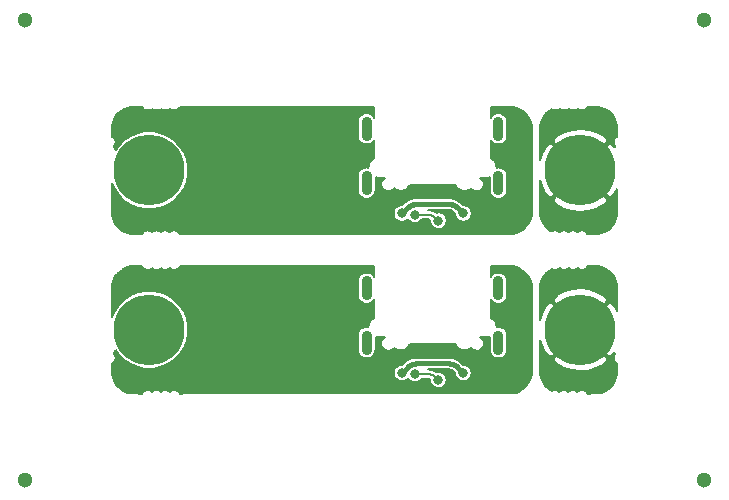
<source format=gbr>
G04 #@! TF.GenerationSoftware,KiCad,Pcbnew,(5.1.4)-1*
G04 #@! TF.CreationDate,2021-03-22T01:51:54-07:00*
G04 #@! TF.ProjectId,panelize,70616e65-6c69-47a6-952e-6b696361645f,rev?*
G04 #@! TF.SameCoordinates,Original*
G04 #@! TF.FileFunction,Copper,L1,Top*
G04 #@! TF.FilePolarity,Positive*
%FSLAX46Y46*%
G04 Gerber Fmt 4.6, Leading zero omitted, Abs format (unit mm)*
G04 Created by KiCad (PCBNEW (5.1.4)-1) date 2021-03-22 01:51:54*
%MOMM*%
%LPD*%
G04 APERTURE LIST*
%ADD10C,1.300000*%
%ADD11O,0.900000X2.050000*%
%ADD12C,0.800000*%
%ADD13C,6.000000*%
%ADD14C,0.400000*%
%ADD15C,0.200000*%
G04 APERTURE END LIST*
D10*
X23000000Y-32000000D03*
X-34500000Y-32000000D03*
X23000000Y7000000D03*
X-34500000Y7000000D03*
D11*
X5575000Y-15730000D03*
X-5575000Y-15730000D03*
X5575000Y-20330000D03*
X-5575000Y-20330000D03*
D12*
X10873654Y-17623654D03*
X12500000Y-16950000D03*
X14126346Y-17623654D03*
X14800000Y-19250000D03*
X14126346Y-20876346D03*
X12500000Y-21550000D03*
X10873654Y-20876346D03*
X10200000Y-19250000D03*
D13*
X12500000Y-19250000D03*
D12*
X-25626346Y-20876346D03*
X-24000000Y-21550000D03*
X-22373654Y-20876346D03*
X-21700000Y-19250000D03*
X-22373654Y-17623654D03*
X-24000000Y-16950000D03*
X-25626346Y-17623654D03*
X-26300000Y-19250000D03*
D13*
X-24000000Y-19250000D03*
D11*
X5575000Y-2230000D03*
X-5575000Y-2230000D03*
X5575000Y-6830000D03*
X-5575000Y-6830000D03*
D12*
X10873654Y-4123654D03*
X12500000Y-3450000D03*
X14126346Y-4123654D03*
X14800000Y-5750000D03*
X14126346Y-7376346D03*
X12500000Y-8050000D03*
X10873654Y-7376346D03*
X10200000Y-5750000D03*
D13*
X12500000Y-5750000D03*
X-24000000Y-5750000D03*
D12*
X-26300000Y-5750000D03*
X-25626346Y-4123654D03*
X-24000000Y-3450000D03*
X-22373654Y-4123654D03*
X-21700000Y-5750000D03*
X-22373654Y-7376346D03*
X-24000000Y-8050000D03*
X-25626346Y-7376346D03*
X-4100000Y-8400000D03*
X4100000Y-8400000D03*
X-11200000Y-10300000D03*
X-13600000Y-4600000D03*
X-13800000Y-6600000D03*
X-10900000Y-2000000D03*
X-18500000Y-4600000D03*
X-18500000Y-8800000D03*
X-4100000Y-21900000D03*
X4100000Y-21900000D03*
X-11200000Y-23800000D03*
X-13600000Y-18100000D03*
X-18500000Y-22300000D03*
X-18500000Y-18100000D03*
X-13800000Y-20100000D03*
X-10900000Y-15500000D03*
X-2600000Y-9400000D03*
X2600000Y-9400000D03*
X-2600000Y-22900000D03*
X2600000Y-22900000D03*
X-1500000Y-9500000D03*
X500000Y-10000000D03*
X-1500000Y-23000000D03*
X500000Y-23500000D03*
D14*
X3782842Y-8082842D02*
X4100000Y-8400000D01*
X3782842Y-8082842D02*
X3748514Y-8050159D01*
X3748514Y-8050159D02*
X3712623Y-8019199D01*
X3712623Y-8019199D02*
X3675257Y-7990039D01*
X3675257Y-7990039D02*
X3636505Y-7962746D01*
X3636505Y-7962746D02*
X3596461Y-7937388D01*
X3596461Y-7937388D02*
X3555220Y-7914026D01*
X3555220Y-7914026D02*
X3512883Y-7892715D01*
X3512883Y-7892715D02*
X3469551Y-7873507D01*
X3469551Y-7873507D02*
X3425329Y-7856449D01*
X3425329Y-7856449D02*
X3380323Y-7841581D01*
X3380323Y-7841581D02*
X3334642Y-7828939D01*
X3334642Y-7828939D02*
X3288395Y-7818554D01*
X3288395Y-7818554D02*
X3241695Y-7810451D01*
X3241695Y-7810451D02*
X3194653Y-7804649D01*
X3194653Y-7804649D02*
X3147383Y-7801162D01*
X3147383Y-7801162D02*
X3100000Y-7800000D01*
X-3782842Y-8082842D02*
X-4100000Y-8400000D01*
X-3782842Y-8082842D02*
X-3748514Y-8050159D01*
X-3748514Y-8050159D02*
X-3712623Y-8019199D01*
X-3712623Y-8019199D02*
X-3675257Y-7990039D01*
X-3675257Y-7990039D02*
X-3636505Y-7962746D01*
X-3636505Y-7962746D02*
X-3596461Y-7937388D01*
X-3596461Y-7937388D02*
X-3555220Y-7914026D01*
X-3555220Y-7914026D02*
X-3512883Y-7892715D01*
X-3512883Y-7892715D02*
X-3469551Y-7873507D01*
X-3469551Y-7873507D02*
X-3425329Y-7856449D01*
X-3425329Y-7856449D02*
X-3380323Y-7841581D01*
X-3380323Y-7841581D02*
X-3334642Y-7828939D01*
X-3334642Y-7828939D02*
X-3288395Y-7818554D01*
X-3288395Y-7818554D02*
X-3241695Y-7810451D01*
X-3241695Y-7810451D02*
X-3194653Y-7804649D01*
X-3194653Y-7804649D02*
X-3147383Y-7801162D01*
X-3147383Y-7801162D02*
X-3100000Y-7800000D01*
X-3100000Y-7800000D02*
X3100000Y-7800000D01*
X-5434314Y-9734314D02*
X-4100000Y-8400000D01*
X-5434314Y-9734314D02*
X-5502970Y-9799680D01*
X-5502970Y-9799680D02*
X-5574750Y-9861598D01*
X-5574750Y-9861598D02*
X-5649483Y-9919920D01*
X-5649483Y-9919920D02*
X-5726987Y-9974504D01*
X-5726987Y-9974504D02*
X-5807076Y-10025220D01*
X-5807076Y-10025220D02*
X-5889557Y-10071945D01*
X-5889557Y-10071945D02*
X-5974232Y-10114567D01*
X-5974232Y-10114567D02*
X-6060896Y-10152982D01*
X-6060896Y-10152982D02*
X-6149340Y-10187099D01*
X-6149340Y-10187099D02*
X-6239352Y-10216835D01*
X-6239352Y-10216835D02*
X-6330714Y-10242118D01*
X-6330714Y-10242118D02*
X-6423208Y-10262888D01*
X-6423208Y-10262888D02*
X-6516608Y-10279095D01*
X-6516608Y-10279095D02*
X-6610692Y-10290699D01*
X-6610692Y-10290699D02*
X-6705232Y-10297673D01*
X-6705232Y-10297673D02*
X-6800000Y-10300000D01*
X-6800000Y-10300000D02*
X-11200000Y-10300000D01*
X3469551Y-21373507D02*
X3425329Y-21356449D01*
X3194653Y-21304649D02*
X3147383Y-21301162D01*
X-3512883Y-21392715D02*
X-3469551Y-21373507D01*
X3712623Y-21519199D02*
X3675257Y-21490039D01*
X-3288395Y-21318554D02*
X-3241695Y-21310451D01*
X-3147383Y-21301162D02*
X-3100000Y-21300000D01*
X-3194653Y-21304649D02*
X-3147383Y-21301162D01*
X3748514Y-21550159D02*
X3712623Y-21519199D01*
X-3100000Y-21300000D02*
X3100000Y-21300000D01*
X-5434314Y-23234314D02*
X-4100000Y-21900000D01*
X3675257Y-21490039D02*
X3636505Y-21462746D01*
X-3782842Y-21582842D02*
X-4100000Y-21900000D01*
X-3782842Y-21582842D02*
X-3748514Y-21550159D01*
X-3596461Y-21437388D02*
X-3555220Y-21414026D01*
X3334642Y-21328939D02*
X3288395Y-21318554D01*
X-3555220Y-21414026D02*
X-3512883Y-21392715D01*
X-3241695Y-21310451D02*
X-3194653Y-21304649D01*
X-5434314Y-23234314D02*
X-5502970Y-23299680D01*
X3596461Y-21437388D02*
X3555220Y-21414026D01*
X3380323Y-21341581D02*
X3334642Y-21328939D01*
X3782842Y-21582842D02*
X3748514Y-21550159D01*
X3288395Y-21318554D02*
X3241695Y-21310451D01*
X3147383Y-21301162D02*
X3100000Y-21300000D01*
X-3748514Y-21550159D02*
X-3712623Y-21519199D01*
X3782842Y-21582842D02*
X4100000Y-21900000D01*
X3555220Y-21414026D02*
X3512883Y-21392715D01*
X3512883Y-21392715D02*
X3469551Y-21373507D01*
X-3712623Y-21519199D02*
X-3675257Y-21490039D01*
X-3675257Y-21490039D02*
X-3636505Y-21462746D01*
X-3636505Y-21462746D02*
X-3596461Y-21437388D01*
X-3334642Y-21328939D02*
X-3288395Y-21318554D01*
X-3469551Y-21373507D02*
X-3425329Y-21356449D01*
X-3380323Y-21341581D02*
X-3334642Y-21328939D01*
X3636505Y-21462746D02*
X3596461Y-21437388D01*
X3241695Y-21310451D02*
X3194653Y-21304649D01*
X3425329Y-21356449D02*
X3380323Y-21341581D01*
X-3425329Y-21356449D02*
X-3380323Y-21341581D01*
X-5726987Y-23474504D02*
X-5807076Y-23525220D01*
X-6239352Y-23716835D02*
X-6330714Y-23742118D01*
X-5649483Y-23419920D02*
X-5726987Y-23474504D01*
X-6423208Y-23762888D02*
X-6516608Y-23779095D01*
X-6516608Y-23779095D02*
X-6610692Y-23790699D01*
X-6705232Y-23797673D02*
X-6800000Y-23800000D01*
X-6800000Y-23800000D02*
X-11200000Y-23800000D01*
X-6330714Y-23742118D02*
X-6423208Y-23762888D01*
X-5502970Y-23299680D02*
X-5574750Y-23361598D01*
X-6060896Y-23652982D02*
X-6149340Y-23687099D01*
X-5574750Y-23361598D02*
X-5649483Y-23419920D01*
X-5974232Y-23614567D02*
X-6060896Y-23652982D01*
X-5807076Y-23525220D02*
X-5889557Y-23571945D01*
X-6610692Y-23790699D02*
X-6705232Y-23797673D01*
X-5889557Y-23571945D02*
X-5974232Y-23614567D01*
X-6149340Y-23687099D02*
X-6239352Y-23716835D01*
X2082842Y-8882842D02*
X2600000Y-9400000D01*
X2082842Y-8882842D02*
X2048514Y-8850159D01*
X2048514Y-8850159D02*
X2012623Y-8819199D01*
X2012623Y-8819199D02*
X1975257Y-8790039D01*
X1975257Y-8790039D02*
X1936505Y-8762746D01*
X1936505Y-8762746D02*
X1896461Y-8737388D01*
X1896461Y-8737388D02*
X1855220Y-8714026D01*
X1855220Y-8714026D02*
X1812883Y-8692715D01*
X1812883Y-8692715D02*
X1769551Y-8673507D01*
X1769551Y-8673507D02*
X1725329Y-8656449D01*
X1725329Y-8656449D02*
X1680323Y-8641581D01*
X1680323Y-8641581D02*
X1634642Y-8628939D01*
X1634642Y-8628939D02*
X1588395Y-8618554D01*
X1588395Y-8618554D02*
X1541695Y-8610451D01*
X1541695Y-8610451D02*
X1494653Y-8604649D01*
X1494653Y-8604649D02*
X1447383Y-8601162D01*
X1447383Y-8601162D02*
X1400000Y-8600000D01*
X-2082842Y-8882842D02*
X-2600000Y-9400000D01*
X-2082842Y-8882842D02*
X-2048514Y-8850159D01*
X-2048514Y-8850159D02*
X-2012623Y-8819199D01*
X-2012623Y-8819199D02*
X-1975257Y-8790039D01*
X-1975257Y-8790039D02*
X-1936505Y-8762746D01*
X-1936505Y-8762746D02*
X-1896461Y-8737388D01*
X-1896461Y-8737388D02*
X-1855220Y-8714026D01*
X-1855220Y-8714026D02*
X-1812883Y-8692715D01*
X-1812883Y-8692715D02*
X-1769551Y-8673507D01*
X-1769551Y-8673507D02*
X-1725329Y-8656449D01*
X-1725329Y-8656449D02*
X-1680323Y-8641581D01*
X-1680323Y-8641581D02*
X-1634642Y-8628939D01*
X-1634642Y-8628939D02*
X-1588395Y-8618554D01*
X-1588395Y-8618554D02*
X-1541695Y-8610451D01*
X-1541695Y-8610451D02*
X-1494653Y-8604649D01*
X-1494653Y-8604649D02*
X-1447383Y-8601162D01*
X-1447383Y-8601162D02*
X-1400000Y-8600000D01*
X-1400000Y-8600000D02*
X1400000Y-8600000D01*
X-1855220Y-22214026D02*
X-1812883Y-22192715D01*
X-2048514Y-22350159D02*
X-2012623Y-22319199D01*
X1494653Y-22104649D02*
X1447383Y-22101162D01*
X-1447383Y-22101162D02*
X-1400000Y-22100000D01*
X1855220Y-22214026D02*
X1812883Y-22192715D01*
X2082842Y-22382842D02*
X2048514Y-22350159D01*
X-2012623Y-22319199D02*
X-1975257Y-22290039D01*
X1588395Y-22118554D02*
X1541695Y-22110451D01*
X2048514Y-22350159D02*
X2012623Y-22319199D01*
X-1975257Y-22290039D02*
X-1936505Y-22262746D01*
X-1680323Y-22141581D02*
X-1634642Y-22128939D01*
X2082842Y-22382842D02*
X2600000Y-22900000D01*
X1769551Y-22173507D02*
X1725329Y-22156449D01*
X1896461Y-22237388D02*
X1855220Y-22214026D01*
X-2082842Y-22382842D02*
X-2048514Y-22350159D01*
X2012623Y-22319199D02*
X1975257Y-22290039D01*
X-1936505Y-22262746D02*
X-1896461Y-22237388D01*
X1975257Y-22290039D02*
X1936505Y-22262746D01*
X1541695Y-22110451D02*
X1494653Y-22104649D01*
X-2082842Y-22382842D02*
X-2600000Y-22900000D01*
X-1812883Y-22192715D02*
X-1769551Y-22173507D01*
X1936505Y-22262746D02*
X1896461Y-22237388D01*
X1634642Y-22128939D02*
X1588395Y-22118554D01*
X-1896461Y-22237388D02*
X-1855220Y-22214026D01*
X-1769551Y-22173507D02*
X-1725329Y-22156449D01*
X-1634642Y-22128939D02*
X-1588395Y-22118554D01*
X1680323Y-22141581D02*
X1634642Y-22128939D01*
X-1541695Y-22110451D02*
X-1494653Y-22104649D01*
X1812883Y-22192715D02*
X1769551Y-22173507D01*
X1725329Y-22156449D02*
X1680323Y-22141581D01*
X-1400000Y-22100000D02*
X1400000Y-22100000D01*
X-1588395Y-22118554D02*
X-1541695Y-22110451D01*
X-1494653Y-22104649D02*
X-1447383Y-22101162D01*
X1447383Y-22101162D02*
X1400000Y-22100000D01*
X-1725329Y-22156449D02*
X-1680323Y-22141581D01*
D15*
X-400000Y-9500000D02*
X-1500000Y-9500000D01*
X-400000Y-9500000D02*
X-352616Y-9501163D01*
X-352616Y-9501163D02*
X-305346Y-9504650D01*
X-305346Y-9504650D02*
X-258304Y-9510452D01*
X-258304Y-9510452D02*
X-211604Y-9518555D01*
X-211604Y-9518555D02*
X-165357Y-9528940D01*
X-165357Y-9528940D02*
X-119676Y-9541582D01*
X-119676Y-9541582D02*
X-74670Y-9556449D01*
X-74670Y-9556449D02*
X-30448Y-9573508D01*
X-30448Y-9573508D02*
X12883Y-9592716D01*
X12883Y-9592716D02*
X55220Y-9614026D01*
X55220Y-9614026D02*
X96460Y-9637389D01*
X96460Y-9637389D02*
X136505Y-9662747D01*
X136505Y-9662747D02*
X175257Y-9690039D01*
X175257Y-9690039D02*
X212623Y-9719200D01*
X212623Y-9719200D02*
X248513Y-9750159D01*
X248513Y-9750159D02*
X282842Y-9782842D01*
X282842Y-9782842D02*
X500000Y-10000000D01*
X175257Y-23190039D02*
X212623Y-23219200D01*
X-211604Y-23018555D02*
X-165357Y-23028940D01*
X-30448Y-23073508D02*
X12883Y-23092716D01*
X282842Y-23282842D02*
X500000Y-23500000D01*
X-400000Y-23000000D02*
X-1500000Y-23000000D01*
X-258304Y-23010452D02*
X-211604Y-23018555D01*
X-74670Y-23056449D02*
X-30448Y-23073508D01*
X-305346Y-23004650D02*
X-258304Y-23010452D01*
X-119676Y-23041582D02*
X-74670Y-23056449D01*
X248513Y-23250159D02*
X282842Y-23282842D01*
X-352616Y-23001163D02*
X-305346Y-23004650D01*
X212623Y-23219200D02*
X248513Y-23250159D01*
X-165357Y-23028940D02*
X-119676Y-23041582D01*
X12883Y-23092716D02*
X55220Y-23114026D01*
X55220Y-23114026D02*
X96460Y-23137389D01*
X136505Y-23162747D02*
X175257Y-23190039D01*
X-400000Y-23000000D02*
X-352616Y-23001163D01*
X96460Y-23137389D02*
X136505Y-23162747D01*
G36*
X-24612403Y-385523D02*
G01*
X-24552213Y-475604D01*
X-24475604Y-552213D01*
X-24385523Y-612403D01*
X-24285429Y-653864D01*
X-24179170Y-675000D01*
X-24070830Y-675000D01*
X-23964571Y-653864D01*
X-23864477Y-612403D01*
X-23774396Y-552213D01*
X-23750000Y-527817D01*
X-23725604Y-552213D01*
X-23635523Y-612403D01*
X-23535429Y-653864D01*
X-23429170Y-675000D01*
X-23320830Y-675000D01*
X-23214571Y-653864D01*
X-23114477Y-612403D01*
X-23024396Y-552213D01*
X-23000000Y-527817D01*
X-22975604Y-552213D01*
X-22885523Y-612403D01*
X-22785429Y-653864D01*
X-22679170Y-675000D01*
X-22570830Y-675000D01*
X-22464571Y-653864D01*
X-22364477Y-612403D01*
X-22274396Y-552213D01*
X-22250000Y-527817D01*
X-22225604Y-552213D01*
X-22135523Y-612403D01*
X-22035429Y-653864D01*
X-21929170Y-675000D01*
X-21820830Y-675000D01*
X-21714571Y-653864D01*
X-21614477Y-612403D01*
X-21524396Y-552213D01*
X-21447787Y-475604D01*
X-21387597Y-385523D01*
X-21372883Y-350000D01*
X-21202839Y-350000D01*
X-21172176Y-356072D01*
X-21138916Y-363141D01*
X-21133715Y-363687D01*
X-21133712Y-363688D01*
X-21133709Y-363688D01*
X-21037069Y-373163D01*
X-21018419Y-375000D01*
X-4924999Y-375000D01*
X-4924999Y-1280051D01*
X-4948381Y-1236307D01*
X-5042105Y-1122105D01*
X-5156308Y-1028381D01*
X-5286600Y-958739D01*
X-5427975Y-915853D01*
X-5575000Y-901372D01*
X-5722026Y-915853D01*
X-5863401Y-958739D01*
X-5993693Y-1028381D01*
X-6107895Y-1122105D01*
X-6201619Y-1236308D01*
X-6271261Y-1366600D01*
X-6314147Y-1507975D01*
X-6325000Y-1618166D01*
X-6324999Y-2841835D01*
X-6314146Y-2952026D01*
X-6271260Y-3093401D01*
X-6201618Y-3223693D01*
X-6107894Y-3337895D01*
X-5993692Y-3431619D01*
X-5863400Y-3501261D01*
X-5722025Y-3544147D01*
X-5575000Y-3558628D01*
X-5427974Y-3544147D01*
X-5286599Y-3501261D01*
X-5156307Y-3431619D01*
X-5042105Y-3337895D01*
X-4948381Y-3223693D01*
X-4925000Y-3179949D01*
X-4925000Y-4710396D01*
X-4927628Y-4711817D01*
X-5013141Y-4758828D01*
X-5041203Y-4778042D01*
X-5069496Y-4796840D01*
X-5073531Y-4800178D01*
X-5148283Y-4862903D01*
X-5172071Y-4887195D01*
X-5196178Y-4911134D01*
X-5199487Y-4915191D01*
X-5260633Y-4991241D01*
X-5279244Y-5019682D01*
X-5298250Y-5047859D01*
X-5300708Y-5052482D01*
X-5345919Y-5138961D01*
X-5358677Y-5170539D01*
X-5371820Y-5201805D01*
X-5373334Y-5206818D01*
X-5400886Y-5300429D01*
X-5407259Y-5333837D01*
X-5414089Y-5367111D01*
X-5414601Y-5372322D01*
X-5423445Y-5469505D01*
X-5423207Y-5503529D01*
X-5423303Y-5517270D01*
X-5427975Y-5515853D01*
X-5575000Y-5501372D01*
X-5722026Y-5515853D01*
X-5863401Y-5558739D01*
X-5993693Y-5628381D01*
X-6107895Y-5722105D01*
X-6201619Y-5836308D01*
X-6271261Y-5966600D01*
X-6314147Y-6107975D01*
X-6325000Y-6218166D01*
X-6324999Y-7441835D01*
X-6314146Y-7552026D01*
X-6271260Y-7693401D01*
X-6201618Y-7823693D01*
X-6107894Y-7937895D01*
X-5993692Y-8031619D01*
X-5863400Y-8101261D01*
X-5722025Y-8144147D01*
X-5575000Y-8158628D01*
X-5427974Y-8144147D01*
X-5286599Y-8101261D01*
X-5156307Y-8031619D01*
X-5042105Y-7937895D01*
X-4948381Y-7823693D01*
X-4878739Y-7693401D01*
X-4835853Y-7552026D01*
X-4825000Y-7441835D01*
X-4825000Y-6328490D01*
X-4755505Y-6349472D01*
X-4722176Y-6356072D01*
X-4688916Y-6363141D01*
X-4683715Y-6363687D01*
X-4683712Y-6363688D01*
X-4683709Y-6363688D01*
X-4587092Y-6373161D01*
X-4568419Y-6375000D01*
X-4026271Y-6375000D01*
X-4034207Y-6378287D01*
X-4132478Y-6443950D01*
X-4216050Y-6527522D01*
X-4281713Y-6625793D01*
X-4326942Y-6734986D01*
X-4350000Y-6850905D01*
X-4350000Y-6969095D01*
X-4326942Y-7085014D01*
X-4281713Y-7194207D01*
X-4216050Y-7292478D01*
X-4132478Y-7376050D01*
X-4034207Y-7441713D01*
X-3925014Y-7486942D01*
X-3809095Y-7510000D01*
X-3690905Y-7510000D01*
X-3574986Y-7486942D01*
X-3465793Y-7441713D01*
X-3367522Y-7376050D01*
X-3283950Y-7292478D01*
X-3265564Y-7264961D01*
X-3208759Y-7310633D01*
X-3180318Y-7329244D01*
X-3152141Y-7348250D01*
X-3147518Y-7350709D01*
X-3061038Y-7395919D01*
X-3029486Y-7408667D01*
X-2998195Y-7421820D01*
X-2993183Y-7423334D01*
X-2899571Y-7450886D01*
X-2866156Y-7457260D01*
X-2832888Y-7464089D01*
X-2827677Y-7464601D01*
X-2730495Y-7473445D01*
X-2696470Y-7473207D01*
X-2662523Y-7473444D01*
X-2657311Y-7472934D01*
X-2560263Y-7462734D01*
X-2526919Y-7455889D01*
X-2493584Y-7449530D01*
X-2488571Y-7448017D01*
X-2395352Y-7419162D01*
X-2363984Y-7405976D01*
X-2332505Y-7393257D01*
X-2327881Y-7390799D01*
X-2242044Y-7344387D01*
X-2213857Y-7325374D01*
X-2185427Y-7306770D01*
X-2181369Y-7303461D01*
X-2106181Y-7241259D01*
X-2082259Y-7217169D01*
X-2057951Y-7193365D01*
X-2054613Y-7189330D01*
X-1992937Y-7113709D01*
X-1974144Y-7085424D01*
X-1954923Y-7057352D01*
X-1952433Y-7052746D01*
X-1911095Y-6975000D01*
X1910396Y-6975000D01*
X1911815Y-6977624D01*
X1911817Y-6977629D01*
X1911820Y-6977633D01*
X1958828Y-7063141D01*
X1978042Y-7091203D01*
X1996840Y-7119496D01*
X2000178Y-7123531D01*
X2062902Y-7198283D01*
X2087230Y-7222106D01*
X2111134Y-7246178D01*
X2115191Y-7249487D01*
X2191241Y-7310633D01*
X2219682Y-7329244D01*
X2247859Y-7348250D01*
X2252482Y-7350709D01*
X2338962Y-7395919D01*
X2370514Y-7408667D01*
X2401805Y-7421820D01*
X2406817Y-7423334D01*
X2500429Y-7450886D01*
X2533844Y-7457260D01*
X2567112Y-7464089D01*
X2572323Y-7464601D01*
X2669505Y-7473445D01*
X2703530Y-7473207D01*
X2737477Y-7473444D01*
X2742689Y-7472934D01*
X2839737Y-7462734D01*
X2873081Y-7455889D01*
X2906416Y-7449530D01*
X2911429Y-7448017D01*
X3004648Y-7419162D01*
X3036016Y-7405976D01*
X3067495Y-7393257D01*
X3072119Y-7390799D01*
X3157956Y-7344387D01*
X3186143Y-7325374D01*
X3214573Y-7306770D01*
X3218631Y-7303461D01*
X3265423Y-7264751D01*
X3283950Y-7292478D01*
X3367522Y-7376050D01*
X3465793Y-7441713D01*
X3574986Y-7486942D01*
X3690905Y-7510000D01*
X3809095Y-7510000D01*
X3925014Y-7486942D01*
X4034207Y-7441713D01*
X4132478Y-7376050D01*
X4216050Y-7292478D01*
X4281713Y-7194207D01*
X4326942Y-7085014D01*
X4350000Y-6969095D01*
X4350000Y-6850905D01*
X4326942Y-6734986D01*
X4281713Y-6625793D01*
X4216050Y-6527522D01*
X4132478Y-6443950D01*
X4034207Y-6378287D01*
X4026271Y-6375000D01*
X4568419Y-6375000D01*
X4587092Y-6373161D01*
X4593572Y-6373161D01*
X4598780Y-6372614D01*
X4695755Y-6361737D01*
X4729005Y-6354670D01*
X4762342Y-6348069D01*
X4767344Y-6346521D01*
X4825000Y-6328232D01*
X4825001Y-7441835D01*
X4835854Y-7552026D01*
X4878740Y-7693401D01*
X4948382Y-7823693D01*
X5042106Y-7937895D01*
X5156308Y-8031619D01*
X5286600Y-8101261D01*
X5427975Y-8144147D01*
X5575000Y-8158628D01*
X5722026Y-8144147D01*
X5863401Y-8101261D01*
X5993693Y-8031619D01*
X6107895Y-7937895D01*
X6201619Y-7823693D01*
X6271261Y-7693401D01*
X6314147Y-7552026D01*
X6325000Y-7441835D01*
X6325000Y-6218165D01*
X6314147Y-6107974D01*
X6271261Y-5966599D01*
X6201619Y-5836307D01*
X6107895Y-5722105D01*
X5993692Y-5628381D01*
X5863400Y-5558739D01*
X5722025Y-5515853D01*
X5575000Y-5501372D01*
X5427974Y-5515853D01*
X5423352Y-5517255D01*
X5423207Y-5496470D01*
X5423444Y-5462523D01*
X5422934Y-5457312D01*
X5412734Y-5360263D01*
X5405889Y-5326919D01*
X5399530Y-5293584D01*
X5398017Y-5288571D01*
X5369161Y-5195352D01*
X5355994Y-5164030D01*
X5343257Y-5132504D01*
X5340799Y-5127881D01*
X5294386Y-5042043D01*
X5275380Y-5013866D01*
X5256770Y-4985427D01*
X5253461Y-4981369D01*
X5191259Y-4906180D01*
X5167097Y-4882187D01*
X5143364Y-4857951D01*
X5139330Y-4854613D01*
X5139327Y-4854610D01*
X5139323Y-4854608D01*
X5063709Y-4792937D01*
X5035424Y-4774144D01*
X5007352Y-4754923D01*
X5002746Y-4752433D01*
X4925000Y-4711095D01*
X4925000Y-3179948D01*
X4948382Y-3223693D01*
X5042106Y-3337895D01*
X5156308Y-3431619D01*
X5286600Y-3501261D01*
X5427975Y-3544147D01*
X5575000Y-3558628D01*
X5722026Y-3544147D01*
X5863401Y-3501261D01*
X5993693Y-3431619D01*
X6107895Y-3337895D01*
X6201619Y-3223693D01*
X6271261Y-3093401D01*
X6314147Y-2952026D01*
X6325000Y-2841835D01*
X6325000Y-1618165D01*
X6314147Y-1507974D01*
X6271261Y-1366599D01*
X6201619Y-1236307D01*
X6107895Y-1122105D01*
X5993692Y-1028381D01*
X5863400Y-958739D01*
X5722025Y-915853D01*
X5575000Y-901372D01*
X5427974Y-915853D01*
X5286599Y-958739D01*
X5156307Y-1028381D01*
X5042105Y-1122105D01*
X4948381Y-1236308D01*
X4925000Y-1280051D01*
X4925000Y-375000D01*
X6795222Y-375000D01*
X7035223Y-427210D01*
X7289181Y-521931D01*
X7527080Y-651834D01*
X7744065Y-814267D01*
X7935733Y-1005935D01*
X8098166Y-1222920D01*
X8228069Y-1460819D01*
X8322790Y-1714777D01*
X8380409Y-1979642D01*
X8400000Y-2253569D01*
X8400000Y-9246431D01*
X8380409Y-9520358D01*
X8322790Y-9785223D01*
X8228069Y-10039181D01*
X8098166Y-10277080D01*
X7935733Y-10494065D01*
X7744065Y-10685733D01*
X7527080Y-10848166D01*
X7289181Y-10978069D01*
X7035223Y-11072790D01*
X6795222Y-11125000D01*
X-21018419Y-11125000D01*
X-21034434Y-11126577D01*
X-21037477Y-11126556D01*
X-21042688Y-11127066D01*
X-21139737Y-11137266D01*
X-21173081Y-11144111D01*
X-21203952Y-11150000D01*
X-21372883Y-11150000D01*
X-21387597Y-11114477D01*
X-21447787Y-11024396D01*
X-21524396Y-10947787D01*
X-21614477Y-10887597D01*
X-21714571Y-10846136D01*
X-21820830Y-10825000D01*
X-21929170Y-10825000D01*
X-22035429Y-10846136D01*
X-22135523Y-10887597D01*
X-22225604Y-10947787D01*
X-22250000Y-10972183D01*
X-22274396Y-10947787D01*
X-22364477Y-10887597D01*
X-22464571Y-10846136D01*
X-22570830Y-10825000D01*
X-22679170Y-10825000D01*
X-22785429Y-10846136D01*
X-22885523Y-10887597D01*
X-22975604Y-10947787D01*
X-23000000Y-10972183D01*
X-23024396Y-10947787D01*
X-23114477Y-10887597D01*
X-23214571Y-10846136D01*
X-23320830Y-10825000D01*
X-23429170Y-10825000D01*
X-23535429Y-10846136D01*
X-23635523Y-10887597D01*
X-23725604Y-10947787D01*
X-23750000Y-10972183D01*
X-23774396Y-10947787D01*
X-23864477Y-10887597D01*
X-23964571Y-10846136D01*
X-24070830Y-10825000D01*
X-24179170Y-10825000D01*
X-24285429Y-10846136D01*
X-24385523Y-10887597D01*
X-24475604Y-10947787D01*
X-24552213Y-11024396D01*
X-24612403Y-11114477D01*
X-24627117Y-11150000D01*
X-24797161Y-11150000D01*
X-24827809Y-11143931D01*
X-24861083Y-11136859D01*
X-24866285Y-11136313D01*
X-24866288Y-11136312D01*
X-24866291Y-11136312D01*
X-24962931Y-11126837D01*
X-24981581Y-11125000D01*
X-25481662Y-11125000D01*
X-25597379Y-11113654D01*
X-25785223Y-11072790D01*
X-26039181Y-10978069D01*
X-26277080Y-10848166D01*
X-26494065Y-10685733D01*
X-26685733Y-10494065D01*
X-26848166Y-10277080D01*
X-26978069Y-10039181D01*
X-27072790Y-9785223D01*
X-27114551Y-9593253D01*
X-27125000Y-9493841D01*
X-27125000Y-9331056D01*
X-3300000Y-9331056D01*
X-3300000Y-9468944D01*
X-3273099Y-9604182D01*
X-3220332Y-9731574D01*
X-3143726Y-9846224D01*
X-3046224Y-9943726D01*
X-2931574Y-10020332D01*
X-2804182Y-10073099D01*
X-2668944Y-10100000D01*
X-2531056Y-10100000D01*
X-2395818Y-10073099D01*
X-2268426Y-10020332D01*
X-2153776Y-9943726D01*
X-2088806Y-9878756D01*
X-2043726Y-9946224D01*
X-1946224Y-10043726D01*
X-1831574Y-10120332D01*
X-1704182Y-10173099D01*
X-1568944Y-10200000D01*
X-1431056Y-10200000D01*
X-1295818Y-10173099D01*
X-1168426Y-10120332D01*
X-1053776Y-10043726D01*
X-956274Y-9946224D01*
X-925388Y-9900000D01*
X-404886Y-9900000D01*
X-372248Y-9900801D01*
X-344557Y-9902844D01*
X-317018Y-9906240D01*
X-289660Y-9910988D01*
X-262581Y-9917068D01*
X-235830Y-9924471D01*
X-209468Y-9933179D01*
X-200000Y-9936832D01*
X-200000Y-10068944D01*
X-173099Y-10204182D01*
X-120332Y-10331574D01*
X-43726Y-10446224D01*
X53776Y-10543726D01*
X168426Y-10620332D01*
X295818Y-10673099D01*
X431056Y-10700000D01*
X568944Y-10700000D01*
X704182Y-10673099D01*
X831574Y-10620332D01*
X946224Y-10543726D01*
X1043726Y-10446224D01*
X1120332Y-10331574D01*
X1173099Y-10204182D01*
X1200000Y-10068944D01*
X1200000Y-9931056D01*
X1173099Y-9795818D01*
X1120332Y-9668426D01*
X1043726Y-9553776D01*
X946224Y-9456274D01*
X831574Y-9379668D01*
X704182Y-9326901D01*
X568944Y-9300000D01*
X431056Y-9300000D01*
X339949Y-9318123D01*
X318753Y-9304700D01*
X310719Y-9299042D01*
X302161Y-9294194D01*
X293858Y-9288936D01*
X285089Y-9284522D01*
X260906Y-9270822D01*
X252609Y-9265568D01*
X243847Y-9261158D01*
X235290Y-9256310D01*
X226291Y-9252321D01*
X201484Y-9239835D01*
X192945Y-9234997D01*
X183963Y-9231015D01*
X175173Y-9226591D01*
X166003Y-9223054D01*
X140633Y-9211808D01*
X131845Y-9207384D01*
X122667Y-9203844D01*
X113692Y-9199865D01*
X104369Y-9196785D01*
X78440Y-9186783D01*
X69450Y-9182798D01*
X60125Y-9179718D01*
X50962Y-9176183D01*
X41486Y-9173561D01*
X15110Y-9164848D01*
X5947Y-9161313D01*
X-3529Y-9158691D01*
X-12867Y-9155606D01*
X-22454Y-9153453D01*
X-49207Y-9146050D01*
X-58548Y-9142964D01*
X-68144Y-9140809D01*
X-77605Y-9138191D01*
X-87282Y-9136512D01*
X-114389Y-9130425D01*
X-123864Y-9127803D01*
X-133550Y-9126122D01*
X-143135Y-9123970D01*
X-152885Y-9122767D01*
X-180268Y-9118016D01*
X-189842Y-9115866D01*
X-199580Y-9114665D01*
X-209279Y-9112982D01*
X-219096Y-9112258D01*
X-246639Y-9108861D01*
X-256326Y-9107180D01*
X-266131Y-9106457D01*
X-275882Y-9105254D01*
X-285704Y-9105013D01*
X-313404Y-9102969D01*
X-323161Y-9101766D01*
X-332983Y-9101525D01*
X-342783Y-9100802D01*
X-352611Y-9101043D01*
X-375453Y-9100483D01*
X-380353Y-9100000D01*
X1393898Y-9100000D01*
X1422843Y-9100710D01*
X1445624Y-9102390D01*
X1468317Y-9105189D01*
X1490816Y-9109093D01*
X1513115Y-9114100D01*
X1535144Y-9120196D01*
X1556823Y-9127358D01*
X1578152Y-9135585D01*
X1599032Y-9144841D01*
X1619463Y-9155126D01*
X1639327Y-9166378D01*
X1658635Y-9178605D01*
X1677308Y-9191755D01*
X1695339Y-9205827D01*
X1712632Y-9220744D01*
X1733649Y-9240754D01*
X1900000Y-9407106D01*
X1900000Y-9468944D01*
X1926901Y-9604182D01*
X1979668Y-9731574D01*
X2056274Y-9846224D01*
X2153776Y-9943726D01*
X2268426Y-10020332D01*
X2395818Y-10073099D01*
X2531056Y-10100000D01*
X2668944Y-10100000D01*
X2804182Y-10073099D01*
X2931574Y-10020332D01*
X3046224Y-9943726D01*
X3143726Y-9846224D01*
X3220332Y-9731574D01*
X3273099Y-9604182D01*
X3300000Y-9468944D01*
X3300000Y-9331056D01*
X3273099Y-9195818D01*
X3220332Y-9068426D01*
X3143726Y-8953776D01*
X3046224Y-8856274D01*
X2931574Y-8779668D01*
X2804182Y-8726901D01*
X2668944Y-8700000D01*
X2607106Y-8700000D01*
X2449416Y-8542311D01*
X2445399Y-8537654D01*
X2432045Y-8524940D01*
X2419028Y-8511923D01*
X2414281Y-8508027D01*
X2402171Y-8496497D01*
X2393698Y-8487598D01*
X2384390Y-8479569D01*
X2375496Y-8471101D01*
X2365814Y-8463545D01*
X2348495Y-8448605D01*
X2339596Y-8440133D01*
X2329915Y-8432578D01*
X2320613Y-8424554D01*
X2310564Y-8417477D01*
X2292548Y-8403417D01*
X2283246Y-8395393D01*
X2273194Y-8388314D01*
X2263506Y-8380753D01*
X2253132Y-8374184D01*
X2234437Y-8361017D01*
X2224756Y-8353462D01*
X2214380Y-8346891D01*
X2204334Y-8339816D01*
X2193644Y-8333760D01*
X2174321Y-8321524D01*
X2164273Y-8314447D01*
X2153589Y-8308395D01*
X2143213Y-8301824D01*
X2132235Y-8296298D01*
X2112341Y-8285028D01*
X2101965Y-8278458D01*
X2090988Y-8272933D01*
X2080293Y-8266874D01*
X2069067Y-8261898D01*
X2048646Y-8251619D01*
X2037958Y-8245564D01*
X2026730Y-8240587D01*
X2015754Y-8235062D01*
X2004286Y-8230638D01*
X1983389Y-8221375D01*
X1972410Y-8215849D01*
X1960942Y-8211426D01*
X1949720Y-8206451D01*
X1938061Y-8202599D01*
X1916726Y-8194370D01*
X1905490Y-8189389D01*
X1893817Y-8185533D01*
X1882359Y-8181113D01*
X1870526Y-8177839D01*
X1848810Y-8170664D01*
X1837353Y-8166245D01*
X1825516Y-8162969D01*
X1813843Y-8159113D01*
X1801852Y-8156420D01*
X1779831Y-8150326D01*
X1768155Y-8146469D01*
X1756159Y-8143775D01*
X1744331Y-8140502D01*
X1732234Y-8138403D01*
X1709908Y-8133390D01*
X1698072Y-8130114D01*
X1685971Y-8128014D01*
X1673981Y-8125322D01*
X1661783Y-8123818D01*
X1639264Y-8119910D01*
X1627274Y-8117218D01*
X1615074Y-8115713D01*
X1602975Y-8113614D01*
X1590732Y-8112711D01*
X1568029Y-8109911D01*
X1555929Y-8107811D01*
X1543680Y-8106907D01*
X1531482Y-8105403D01*
X1519195Y-8105101D01*
X1496394Y-8103420D01*
X1484193Y-8101915D01*
X1471914Y-8101614D01*
X1459673Y-8100711D01*
X1447388Y-8101012D01*
X1430680Y-8100603D01*
X1424560Y-8100000D01*
X1406098Y-8100000D01*
X1387706Y-8099549D01*
X1381594Y-8100000D01*
X-1381594Y-8100000D01*
X-1387706Y-8099549D01*
X-1406098Y-8100000D01*
X-1424560Y-8100000D01*
X-1430680Y-8100603D01*
X-1447389Y-8101013D01*
X-1459674Y-8100711D01*
X-1471915Y-8101614D01*
X-1484193Y-8101915D01*
X-1496393Y-8103419D01*
X-1519196Y-8105101D01*
X-1531483Y-8105403D01*
X-1543680Y-8106907D01*
X-1555930Y-8107811D01*
X-1568031Y-8109911D01*
X-1590733Y-8112711D01*
X-1602975Y-8113614D01*
X-1615073Y-8115713D01*
X-1627274Y-8117218D01*
X-1639264Y-8119910D01*
X-1661785Y-8123818D01*
X-1673980Y-8125322D01*
X-1685967Y-8128014D01*
X-1698072Y-8130114D01*
X-1709911Y-8133390D01*
X-1732228Y-8138402D01*
X-1744331Y-8140502D01*
X-1756163Y-8143776D01*
X-1768154Y-8146469D01*
X-1779825Y-8150325D01*
X-1801867Y-8156425D01*
X-1813843Y-8159114D01*
X-1825497Y-8162964D01*
X-1837353Y-8166245D01*
X-1848828Y-8170671D01*
X-1870508Y-8177833D01*
X-1882359Y-8181113D01*
X-1893835Y-8185540D01*
X-1905490Y-8189390D01*
X-1916709Y-8194363D01*
X-1938055Y-8202597D01*
X-1949721Y-8206451D01*
X-1960949Y-8211428D01*
X-1972410Y-8215849D01*
X-1983384Y-8221373D01*
X-2004289Y-8230639D01*
X-2015754Y-8235062D01*
X-2026730Y-8240587D01*
X-2037958Y-8245564D01*
X-2048642Y-8251617D01*
X-2069080Y-8261904D01*
X-2080294Y-8266875D01*
X-2090975Y-8272926D01*
X-2101966Y-8278458D01*
X-2112352Y-8285035D01*
X-2132233Y-8296297D01*
X-2143213Y-8301824D01*
X-2153592Y-8308396D01*
X-2164273Y-8314447D01*
X-2174318Y-8321521D01*
X-2193654Y-8333765D01*
X-2204334Y-8339816D01*
X-2214367Y-8346882D01*
X-2224756Y-8353461D01*
X-2234448Y-8361025D01*
X-2253127Y-8374181D01*
X-2263505Y-8380752D01*
X-2273199Y-8388317D01*
X-2283246Y-8395393D01*
X-2292540Y-8403410D01*
X-2310572Y-8417482D01*
X-2320613Y-8424554D01*
X-2329904Y-8432569D01*
X-2339596Y-8440132D01*
X-2348504Y-8448613D01*
X-2365806Y-8463538D01*
X-2375497Y-8471101D01*
X-2384400Y-8479577D01*
X-2393698Y-8487598D01*
X-2402166Y-8496493D01*
X-2414270Y-8508017D01*
X-2419029Y-8511922D01*
X-2432081Y-8524974D01*
X-2445399Y-8537654D01*
X-2449405Y-8542299D01*
X-2607106Y-8700000D01*
X-2668944Y-8700000D01*
X-2804182Y-8726901D01*
X-2931574Y-8779668D01*
X-3046224Y-8856274D01*
X-3143726Y-8953776D01*
X-3220332Y-9068426D01*
X-3273099Y-9195818D01*
X-3300000Y-9331056D01*
X-27125000Y-9331056D01*
X-27125000Y-6828898D01*
X-26924422Y-7313136D01*
X-26563277Y-7853627D01*
X-26103627Y-8313277D01*
X-25563136Y-8674422D01*
X-24962574Y-8923183D01*
X-24325022Y-9050000D01*
X-23674978Y-9050000D01*
X-23037426Y-8923183D01*
X-22436864Y-8674422D01*
X-21896373Y-8313277D01*
X-21436723Y-7853627D01*
X-21075578Y-7313136D01*
X-20826817Y-6712574D01*
X-20700000Y-6075022D01*
X-20700000Y-5424978D01*
X-20826817Y-4787426D01*
X-21075578Y-4186864D01*
X-21436723Y-3646373D01*
X-21896373Y-3186723D01*
X-22436864Y-2825578D01*
X-23037426Y-2576817D01*
X-23674978Y-2450000D01*
X-24325022Y-2450000D01*
X-24962574Y-2576817D01*
X-25563136Y-2825578D01*
X-26103627Y-3186723D01*
X-26563277Y-3646373D01*
X-26830022Y-4045584D01*
X-26846136Y-3964571D01*
X-26887597Y-3864477D01*
X-26947787Y-3774396D01*
X-26972183Y-3750000D01*
X-26947787Y-3725604D01*
X-26887597Y-3635523D01*
X-26846136Y-3535429D01*
X-26825000Y-3429170D01*
X-26825000Y-3320830D01*
X-26846136Y-3214571D01*
X-26887597Y-3114477D01*
X-26947787Y-3024396D01*
X-27024396Y-2947787D01*
X-27114477Y-2887597D01*
X-27150000Y-2872883D01*
X-27150000Y-2702839D01*
X-27143928Y-2672176D01*
X-27136859Y-2638916D01*
X-27136312Y-2633709D01*
X-27126790Y-2536592D01*
X-27125000Y-2518419D01*
X-27125000Y-2018338D01*
X-27113654Y-1902620D01*
X-27072790Y-1714777D01*
X-26978069Y-1460819D01*
X-26848166Y-1222920D01*
X-26685733Y-1005935D01*
X-26494065Y-814267D01*
X-26277080Y-651834D01*
X-26039181Y-521931D01*
X-25785223Y-427210D01*
X-25593253Y-385449D01*
X-25493841Y-375000D01*
X-24981581Y-375000D01*
X-24965566Y-373423D01*
X-24962523Y-373444D01*
X-24957311Y-372934D01*
X-24860263Y-362734D01*
X-24826919Y-355889D01*
X-24796048Y-350000D01*
X-24627117Y-350000D01*
X-24612403Y-385523D01*
X-24612403Y-385523D01*
G37*
X-24612403Y-385523D02*
X-24552213Y-475604D01*
X-24475604Y-552213D01*
X-24385523Y-612403D01*
X-24285429Y-653864D01*
X-24179170Y-675000D01*
X-24070830Y-675000D01*
X-23964571Y-653864D01*
X-23864477Y-612403D01*
X-23774396Y-552213D01*
X-23750000Y-527817D01*
X-23725604Y-552213D01*
X-23635523Y-612403D01*
X-23535429Y-653864D01*
X-23429170Y-675000D01*
X-23320830Y-675000D01*
X-23214571Y-653864D01*
X-23114477Y-612403D01*
X-23024396Y-552213D01*
X-23000000Y-527817D01*
X-22975604Y-552213D01*
X-22885523Y-612403D01*
X-22785429Y-653864D01*
X-22679170Y-675000D01*
X-22570830Y-675000D01*
X-22464571Y-653864D01*
X-22364477Y-612403D01*
X-22274396Y-552213D01*
X-22250000Y-527817D01*
X-22225604Y-552213D01*
X-22135523Y-612403D01*
X-22035429Y-653864D01*
X-21929170Y-675000D01*
X-21820830Y-675000D01*
X-21714571Y-653864D01*
X-21614477Y-612403D01*
X-21524396Y-552213D01*
X-21447787Y-475604D01*
X-21387597Y-385523D01*
X-21372883Y-350000D01*
X-21202839Y-350000D01*
X-21172176Y-356072D01*
X-21138916Y-363141D01*
X-21133715Y-363687D01*
X-21133712Y-363688D01*
X-21133709Y-363688D01*
X-21037069Y-373163D01*
X-21018419Y-375000D01*
X-4924999Y-375000D01*
X-4924999Y-1280051D01*
X-4948381Y-1236307D01*
X-5042105Y-1122105D01*
X-5156308Y-1028381D01*
X-5286600Y-958739D01*
X-5427975Y-915853D01*
X-5575000Y-901372D01*
X-5722026Y-915853D01*
X-5863401Y-958739D01*
X-5993693Y-1028381D01*
X-6107895Y-1122105D01*
X-6201619Y-1236308D01*
X-6271261Y-1366600D01*
X-6314147Y-1507975D01*
X-6325000Y-1618166D01*
X-6324999Y-2841835D01*
X-6314146Y-2952026D01*
X-6271260Y-3093401D01*
X-6201618Y-3223693D01*
X-6107894Y-3337895D01*
X-5993692Y-3431619D01*
X-5863400Y-3501261D01*
X-5722025Y-3544147D01*
X-5575000Y-3558628D01*
X-5427974Y-3544147D01*
X-5286599Y-3501261D01*
X-5156307Y-3431619D01*
X-5042105Y-3337895D01*
X-4948381Y-3223693D01*
X-4925000Y-3179949D01*
X-4925000Y-4710396D01*
X-4927628Y-4711817D01*
X-5013141Y-4758828D01*
X-5041203Y-4778042D01*
X-5069496Y-4796840D01*
X-5073531Y-4800178D01*
X-5148283Y-4862903D01*
X-5172071Y-4887195D01*
X-5196178Y-4911134D01*
X-5199487Y-4915191D01*
X-5260633Y-4991241D01*
X-5279244Y-5019682D01*
X-5298250Y-5047859D01*
X-5300708Y-5052482D01*
X-5345919Y-5138961D01*
X-5358677Y-5170539D01*
X-5371820Y-5201805D01*
X-5373334Y-5206818D01*
X-5400886Y-5300429D01*
X-5407259Y-5333837D01*
X-5414089Y-5367111D01*
X-5414601Y-5372322D01*
X-5423445Y-5469505D01*
X-5423207Y-5503529D01*
X-5423303Y-5517270D01*
X-5427975Y-5515853D01*
X-5575000Y-5501372D01*
X-5722026Y-5515853D01*
X-5863401Y-5558739D01*
X-5993693Y-5628381D01*
X-6107895Y-5722105D01*
X-6201619Y-5836308D01*
X-6271261Y-5966600D01*
X-6314147Y-6107975D01*
X-6325000Y-6218166D01*
X-6324999Y-7441835D01*
X-6314146Y-7552026D01*
X-6271260Y-7693401D01*
X-6201618Y-7823693D01*
X-6107894Y-7937895D01*
X-5993692Y-8031619D01*
X-5863400Y-8101261D01*
X-5722025Y-8144147D01*
X-5575000Y-8158628D01*
X-5427974Y-8144147D01*
X-5286599Y-8101261D01*
X-5156307Y-8031619D01*
X-5042105Y-7937895D01*
X-4948381Y-7823693D01*
X-4878739Y-7693401D01*
X-4835853Y-7552026D01*
X-4825000Y-7441835D01*
X-4825000Y-6328490D01*
X-4755505Y-6349472D01*
X-4722176Y-6356072D01*
X-4688916Y-6363141D01*
X-4683715Y-6363687D01*
X-4683712Y-6363688D01*
X-4683709Y-6363688D01*
X-4587092Y-6373161D01*
X-4568419Y-6375000D01*
X-4026271Y-6375000D01*
X-4034207Y-6378287D01*
X-4132478Y-6443950D01*
X-4216050Y-6527522D01*
X-4281713Y-6625793D01*
X-4326942Y-6734986D01*
X-4350000Y-6850905D01*
X-4350000Y-6969095D01*
X-4326942Y-7085014D01*
X-4281713Y-7194207D01*
X-4216050Y-7292478D01*
X-4132478Y-7376050D01*
X-4034207Y-7441713D01*
X-3925014Y-7486942D01*
X-3809095Y-7510000D01*
X-3690905Y-7510000D01*
X-3574986Y-7486942D01*
X-3465793Y-7441713D01*
X-3367522Y-7376050D01*
X-3283950Y-7292478D01*
X-3265564Y-7264961D01*
X-3208759Y-7310633D01*
X-3180318Y-7329244D01*
X-3152141Y-7348250D01*
X-3147518Y-7350709D01*
X-3061038Y-7395919D01*
X-3029486Y-7408667D01*
X-2998195Y-7421820D01*
X-2993183Y-7423334D01*
X-2899571Y-7450886D01*
X-2866156Y-7457260D01*
X-2832888Y-7464089D01*
X-2827677Y-7464601D01*
X-2730495Y-7473445D01*
X-2696470Y-7473207D01*
X-2662523Y-7473444D01*
X-2657311Y-7472934D01*
X-2560263Y-7462734D01*
X-2526919Y-7455889D01*
X-2493584Y-7449530D01*
X-2488571Y-7448017D01*
X-2395352Y-7419162D01*
X-2363984Y-7405976D01*
X-2332505Y-7393257D01*
X-2327881Y-7390799D01*
X-2242044Y-7344387D01*
X-2213857Y-7325374D01*
X-2185427Y-7306770D01*
X-2181369Y-7303461D01*
X-2106181Y-7241259D01*
X-2082259Y-7217169D01*
X-2057951Y-7193365D01*
X-2054613Y-7189330D01*
X-1992937Y-7113709D01*
X-1974144Y-7085424D01*
X-1954923Y-7057352D01*
X-1952433Y-7052746D01*
X-1911095Y-6975000D01*
X1910396Y-6975000D01*
X1911815Y-6977624D01*
X1911817Y-6977629D01*
X1911820Y-6977633D01*
X1958828Y-7063141D01*
X1978042Y-7091203D01*
X1996840Y-7119496D01*
X2000178Y-7123531D01*
X2062902Y-7198283D01*
X2087230Y-7222106D01*
X2111134Y-7246178D01*
X2115191Y-7249487D01*
X2191241Y-7310633D01*
X2219682Y-7329244D01*
X2247859Y-7348250D01*
X2252482Y-7350709D01*
X2338962Y-7395919D01*
X2370514Y-7408667D01*
X2401805Y-7421820D01*
X2406817Y-7423334D01*
X2500429Y-7450886D01*
X2533844Y-7457260D01*
X2567112Y-7464089D01*
X2572323Y-7464601D01*
X2669505Y-7473445D01*
X2703530Y-7473207D01*
X2737477Y-7473444D01*
X2742689Y-7472934D01*
X2839737Y-7462734D01*
X2873081Y-7455889D01*
X2906416Y-7449530D01*
X2911429Y-7448017D01*
X3004648Y-7419162D01*
X3036016Y-7405976D01*
X3067495Y-7393257D01*
X3072119Y-7390799D01*
X3157956Y-7344387D01*
X3186143Y-7325374D01*
X3214573Y-7306770D01*
X3218631Y-7303461D01*
X3265423Y-7264751D01*
X3283950Y-7292478D01*
X3367522Y-7376050D01*
X3465793Y-7441713D01*
X3574986Y-7486942D01*
X3690905Y-7510000D01*
X3809095Y-7510000D01*
X3925014Y-7486942D01*
X4034207Y-7441713D01*
X4132478Y-7376050D01*
X4216050Y-7292478D01*
X4281713Y-7194207D01*
X4326942Y-7085014D01*
X4350000Y-6969095D01*
X4350000Y-6850905D01*
X4326942Y-6734986D01*
X4281713Y-6625793D01*
X4216050Y-6527522D01*
X4132478Y-6443950D01*
X4034207Y-6378287D01*
X4026271Y-6375000D01*
X4568419Y-6375000D01*
X4587092Y-6373161D01*
X4593572Y-6373161D01*
X4598780Y-6372614D01*
X4695755Y-6361737D01*
X4729005Y-6354670D01*
X4762342Y-6348069D01*
X4767344Y-6346521D01*
X4825000Y-6328232D01*
X4825001Y-7441835D01*
X4835854Y-7552026D01*
X4878740Y-7693401D01*
X4948382Y-7823693D01*
X5042106Y-7937895D01*
X5156308Y-8031619D01*
X5286600Y-8101261D01*
X5427975Y-8144147D01*
X5575000Y-8158628D01*
X5722026Y-8144147D01*
X5863401Y-8101261D01*
X5993693Y-8031619D01*
X6107895Y-7937895D01*
X6201619Y-7823693D01*
X6271261Y-7693401D01*
X6314147Y-7552026D01*
X6325000Y-7441835D01*
X6325000Y-6218165D01*
X6314147Y-6107974D01*
X6271261Y-5966599D01*
X6201619Y-5836307D01*
X6107895Y-5722105D01*
X5993692Y-5628381D01*
X5863400Y-5558739D01*
X5722025Y-5515853D01*
X5575000Y-5501372D01*
X5427974Y-5515853D01*
X5423352Y-5517255D01*
X5423207Y-5496470D01*
X5423444Y-5462523D01*
X5422934Y-5457312D01*
X5412734Y-5360263D01*
X5405889Y-5326919D01*
X5399530Y-5293584D01*
X5398017Y-5288571D01*
X5369161Y-5195352D01*
X5355994Y-5164030D01*
X5343257Y-5132504D01*
X5340799Y-5127881D01*
X5294386Y-5042043D01*
X5275380Y-5013866D01*
X5256770Y-4985427D01*
X5253461Y-4981369D01*
X5191259Y-4906180D01*
X5167097Y-4882187D01*
X5143364Y-4857951D01*
X5139330Y-4854613D01*
X5139327Y-4854610D01*
X5139323Y-4854608D01*
X5063709Y-4792937D01*
X5035424Y-4774144D01*
X5007352Y-4754923D01*
X5002746Y-4752433D01*
X4925000Y-4711095D01*
X4925000Y-3179948D01*
X4948382Y-3223693D01*
X5042106Y-3337895D01*
X5156308Y-3431619D01*
X5286600Y-3501261D01*
X5427975Y-3544147D01*
X5575000Y-3558628D01*
X5722026Y-3544147D01*
X5863401Y-3501261D01*
X5993693Y-3431619D01*
X6107895Y-3337895D01*
X6201619Y-3223693D01*
X6271261Y-3093401D01*
X6314147Y-2952026D01*
X6325000Y-2841835D01*
X6325000Y-1618165D01*
X6314147Y-1507974D01*
X6271261Y-1366599D01*
X6201619Y-1236307D01*
X6107895Y-1122105D01*
X5993692Y-1028381D01*
X5863400Y-958739D01*
X5722025Y-915853D01*
X5575000Y-901372D01*
X5427974Y-915853D01*
X5286599Y-958739D01*
X5156307Y-1028381D01*
X5042105Y-1122105D01*
X4948381Y-1236308D01*
X4925000Y-1280051D01*
X4925000Y-375000D01*
X6795222Y-375000D01*
X7035223Y-427210D01*
X7289181Y-521931D01*
X7527080Y-651834D01*
X7744065Y-814267D01*
X7935733Y-1005935D01*
X8098166Y-1222920D01*
X8228069Y-1460819D01*
X8322790Y-1714777D01*
X8380409Y-1979642D01*
X8400000Y-2253569D01*
X8400000Y-9246431D01*
X8380409Y-9520358D01*
X8322790Y-9785223D01*
X8228069Y-10039181D01*
X8098166Y-10277080D01*
X7935733Y-10494065D01*
X7744065Y-10685733D01*
X7527080Y-10848166D01*
X7289181Y-10978069D01*
X7035223Y-11072790D01*
X6795222Y-11125000D01*
X-21018419Y-11125000D01*
X-21034434Y-11126577D01*
X-21037477Y-11126556D01*
X-21042688Y-11127066D01*
X-21139737Y-11137266D01*
X-21173081Y-11144111D01*
X-21203952Y-11150000D01*
X-21372883Y-11150000D01*
X-21387597Y-11114477D01*
X-21447787Y-11024396D01*
X-21524396Y-10947787D01*
X-21614477Y-10887597D01*
X-21714571Y-10846136D01*
X-21820830Y-10825000D01*
X-21929170Y-10825000D01*
X-22035429Y-10846136D01*
X-22135523Y-10887597D01*
X-22225604Y-10947787D01*
X-22250000Y-10972183D01*
X-22274396Y-10947787D01*
X-22364477Y-10887597D01*
X-22464571Y-10846136D01*
X-22570830Y-10825000D01*
X-22679170Y-10825000D01*
X-22785429Y-10846136D01*
X-22885523Y-10887597D01*
X-22975604Y-10947787D01*
X-23000000Y-10972183D01*
X-23024396Y-10947787D01*
X-23114477Y-10887597D01*
X-23214571Y-10846136D01*
X-23320830Y-10825000D01*
X-23429170Y-10825000D01*
X-23535429Y-10846136D01*
X-23635523Y-10887597D01*
X-23725604Y-10947787D01*
X-23750000Y-10972183D01*
X-23774396Y-10947787D01*
X-23864477Y-10887597D01*
X-23964571Y-10846136D01*
X-24070830Y-10825000D01*
X-24179170Y-10825000D01*
X-24285429Y-10846136D01*
X-24385523Y-10887597D01*
X-24475604Y-10947787D01*
X-24552213Y-11024396D01*
X-24612403Y-11114477D01*
X-24627117Y-11150000D01*
X-24797161Y-11150000D01*
X-24827809Y-11143931D01*
X-24861083Y-11136859D01*
X-24866285Y-11136313D01*
X-24866288Y-11136312D01*
X-24866291Y-11136312D01*
X-24962931Y-11126837D01*
X-24981581Y-11125000D01*
X-25481662Y-11125000D01*
X-25597379Y-11113654D01*
X-25785223Y-11072790D01*
X-26039181Y-10978069D01*
X-26277080Y-10848166D01*
X-26494065Y-10685733D01*
X-26685733Y-10494065D01*
X-26848166Y-10277080D01*
X-26978069Y-10039181D01*
X-27072790Y-9785223D01*
X-27114551Y-9593253D01*
X-27125000Y-9493841D01*
X-27125000Y-9331056D01*
X-3300000Y-9331056D01*
X-3300000Y-9468944D01*
X-3273099Y-9604182D01*
X-3220332Y-9731574D01*
X-3143726Y-9846224D01*
X-3046224Y-9943726D01*
X-2931574Y-10020332D01*
X-2804182Y-10073099D01*
X-2668944Y-10100000D01*
X-2531056Y-10100000D01*
X-2395818Y-10073099D01*
X-2268426Y-10020332D01*
X-2153776Y-9943726D01*
X-2088806Y-9878756D01*
X-2043726Y-9946224D01*
X-1946224Y-10043726D01*
X-1831574Y-10120332D01*
X-1704182Y-10173099D01*
X-1568944Y-10200000D01*
X-1431056Y-10200000D01*
X-1295818Y-10173099D01*
X-1168426Y-10120332D01*
X-1053776Y-10043726D01*
X-956274Y-9946224D01*
X-925388Y-9900000D01*
X-404886Y-9900000D01*
X-372248Y-9900801D01*
X-344557Y-9902844D01*
X-317018Y-9906240D01*
X-289660Y-9910988D01*
X-262581Y-9917068D01*
X-235830Y-9924471D01*
X-209468Y-9933179D01*
X-200000Y-9936832D01*
X-200000Y-10068944D01*
X-173099Y-10204182D01*
X-120332Y-10331574D01*
X-43726Y-10446224D01*
X53776Y-10543726D01*
X168426Y-10620332D01*
X295818Y-10673099D01*
X431056Y-10700000D01*
X568944Y-10700000D01*
X704182Y-10673099D01*
X831574Y-10620332D01*
X946224Y-10543726D01*
X1043726Y-10446224D01*
X1120332Y-10331574D01*
X1173099Y-10204182D01*
X1200000Y-10068944D01*
X1200000Y-9931056D01*
X1173099Y-9795818D01*
X1120332Y-9668426D01*
X1043726Y-9553776D01*
X946224Y-9456274D01*
X831574Y-9379668D01*
X704182Y-9326901D01*
X568944Y-9300000D01*
X431056Y-9300000D01*
X339949Y-9318123D01*
X318753Y-9304700D01*
X310719Y-9299042D01*
X302161Y-9294194D01*
X293858Y-9288936D01*
X285089Y-9284522D01*
X260906Y-9270822D01*
X252609Y-9265568D01*
X243847Y-9261158D01*
X235290Y-9256310D01*
X226291Y-9252321D01*
X201484Y-9239835D01*
X192945Y-9234997D01*
X183963Y-9231015D01*
X175173Y-9226591D01*
X166003Y-9223054D01*
X140633Y-9211808D01*
X131845Y-9207384D01*
X122667Y-9203844D01*
X113692Y-9199865D01*
X104369Y-9196785D01*
X78440Y-9186783D01*
X69450Y-9182798D01*
X60125Y-9179718D01*
X50962Y-9176183D01*
X41486Y-9173561D01*
X15110Y-9164848D01*
X5947Y-9161313D01*
X-3529Y-9158691D01*
X-12867Y-9155606D01*
X-22454Y-9153453D01*
X-49207Y-9146050D01*
X-58548Y-9142964D01*
X-68144Y-9140809D01*
X-77605Y-9138191D01*
X-87282Y-9136512D01*
X-114389Y-9130425D01*
X-123864Y-9127803D01*
X-133550Y-9126122D01*
X-143135Y-9123970D01*
X-152885Y-9122767D01*
X-180268Y-9118016D01*
X-189842Y-9115866D01*
X-199580Y-9114665D01*
X-209279Y-9112982D01*
X-219096Y-9112258D01*
X-246639Y-9108861D01*
X-256326Y-9107180D01*
X-266131Y-9106457D01*
X-275882Y-9105254D01*
X-285704Y-9105013D01*
X-313404Y-9102969D01*
X-323161Y-9101766D01*
X-332983Y-9101525D01*
X-342783Y-9100802D01*
X-352611Y-9101043D01*
X-375453Y-9100483D01*
X-380353Y-9100000D01*
X1393898Y-9100000D01*
X1422843Y-9100710D01*
X1445624Y-9102390D01*
X1468317Y-9105189D01*
X1490816Y-9109093D01*
X1513115Y-9114100D01*
X1535144Y-9120196D01*
X1556823Y-9127358D01*
X1578152Y-9135585D01*
X1599032Y-9144841D01*
X1619463Y-9155126D01*
X1639327Y-9166378D01*
X1658635Y-9178605D01*
X1677308Y-9191755D01*
X1695339Y-9205827D01*
X1712632Y-9220744D01*
X1733649Y-9240754D01*
X1900000Y-9407106D01*
X1900000Y-9468944D01*
X1926901Y-9604182D01*
X1979668Y-9731574D01*
X2056274Y-9846224D01*
X2153776Y-9943726D01*
X2268426Y-10020332D01*
X2395818Y-10073099D01*
X2531056Y-10100000D01*
X2668944Y-10100000D01*
X2804182Y-10073099D01*
X2931574Y-10020332D01*
X3046224Y-9943726D01*
X3143726Y-9846224D01*
X3220332Y-9731574D01*
X3273099Y-9604182D01*
X3300000Y-9468944D01*
X3300000Y-9331056D01*
X3273099Y-9195818D01*
X3220332Y-9068426D01*
X3143726Y-8953776D01*
X3046224Y-8856274D01*
X2931574Y-8779668D01*
X2804182Y-8726901D01*
X2668944Y-8700000D01*
X2607106Y-8700000D01*
X2449416Y-8542311D01*
X2445399Y-8537654D01*
X2432045Y-8524940D01*
X2419028Y-8511923D01*
X2414281Y-8508027D01*
X2402171Y-8496497D01*
X2393698Y-8487598D01*
X2384390Y-8479569D01*
X2375496Y-8471101D01*
X2365814Y-8463545D01*
X2348495Y-8448605D01*
X2339596Y-8440133D01*
X2329915Y-8432578D01*
X2320613Y-8424554D01*
X2310564Y-8417477D01*
X2292548Y-8403417D01*
X2283246Y-8395393D01*
X2273194Y-8388314D01*
X2263506Y-8380753D01*
X2253132Y-8374184D01*
X2234437Y-8361017D01*
X2224756Y-8353462D01*
X2214380Y-8346891D01*
X2204334Y-8339816D01*
X2193644Y-8333760D01*
X2174321Y-8321524D01*
X2164273Y-8314447D01*
X2153589Y-8308395D01*
X2143213Y-8301824D01*
X2132235Y-8296298D01*
X2112341Y-8285028D01*
X2101965Y-8278458D01*
X2090988Y-8272933D01*
X2080293Y-8266874D01*
X2069067Y-8261898D01*
X2048646Y-8251619D01*
X2037958Y-8245564D01*
X2026730Y-8240587D01*
X2015754Y-8235062D01*
X2004286Y-8230638D01*
X1983389Y-8221375D01*
X1972410Y-8215849D01*
X1960942Y-8211426D01*
X1949720Y-8206451D01*
X1938061Y-8202599D01*
X1916726Y-8194370D01*
X1905490Y-8189389D01*
X1893817Y-8185533D01*
X1882359Y-8181113D01*
X1870526Y-8177839D01*
X1848810Y-8170664D01*
X1837353Y-8166245D01*
X1825516Y-8162969D01*
X1813843Y-8159113D01*
X1801852Y-8156420D01*
X1779831Y-8150326D01*
X1768155Y-8146469D01*
X1756159Y-8143775D01*
X1744331Y-8140502D01*
X1732234Y-8138403D01*
X1709908Y-8133390D01*
X1698072Y-8130114D01*
X1685971Y-8128014D01*
X1673981Y-8125322D01*
X1661783Y-8123818D01*
X1639264Y-8119910D01*
X1627274Y-8117218D01*
X1615074Y-8115713D01*
X1602975Y-8113614D01*
X1590732Y-8112711D01*
X1568029Y-8109911D01*
X1555929Y-8107811D01*
X1543680Y-8106907D01*
X1531482Y-8105403D01*
X1519195Y-8105101D01*
X1496394Y-8103420D01*
X1484193Y-8101915D01*
X1471914Y-8101614D01*
X1459673Y-8100711D01*
X1447388Y-8101012D01*
X1430680Y-8100603D01*
X1424560Y-8100000D01*
X1406098Y-8100000D01*
X1387706Y-8099549D01*
X1381594Y-8100000D01*
X-1381594Y-8100000D01*
X-1387706Y-8099549D01*
X-1406098Y-8100000D01*
X-1424560Y-8100000D01*
X-1430680Y-8100603D01*
X-1447389Y-8101013D01*
X-1459674Y-8100711D01*
X-1471915Y-8101614D01*
X-1484193Y-8101915D01*
X-1496393Y-8103419D01*
X-1519196Y-8105101D01*
X-1531483Y-8105403D01*
X-1543680Y-8106907D01*
X-1555930Y-8107811D01*
X-1568031Y-8109911D01*
X-1590733Y-8112711D01*
X-1602975Y-8113614D01*
X-1615073Y-8115713D01*
X-1627274Y-8117218D01*
X-1639264Y-8119910D01*
X-1661785Y-8123818D01*
X-1673980Y-8125322D01*
X-1685967Y-8128014D01*
X-1698072Y-8130114D01*
X-1709911Y-8133390D01*
X-1732228Y-8138402D01*
X-1744331Y-8140502D01*
X-1756163Y-8143776D01*
X-1768154Y-8146469D01*
X-1779825Y-8150325D01*
X-1801867Y-8156425D01*
X-1813843Y-8159114D01*
X-1825497Y-8162964D01*
X-1837353Y-8166245D01*
X-1848828Y-8170671D01*
X-1870508Y-8177833D01*
X-1882359Y-8181113D01*
X-1893835Y-8185540D01*
X-1905490Y-8189390D01*
X-1916709Y-8194363D01*
X-1938055Y-8202597D01*
X-1949721Y-8206451D01*
X-1960949Y-8211428D01*
X-1972410Y-8215849D01*
X-1983384Y-8221373D01*
X-2004289Y-8230639D01*
X-2015754Y-8235062D01*
X-2026730Y-8240587D01*
X-2037958Y-8245564D01*
X-2048642Y-8251617D01*
X-2069080Y-8261904D01*
X-2080294Y-8266875D01*
X-2090975Y-8272926D01*
X-2101966Y-8278458D01*
X-2112352Y-8285035D01*
X-2132233Y-8296297D01*
X-2143213Y-8301824D01*
X-2153592Y-8308396D01*
X-2164273Y-8314447D01*
X-2174318Y-8321521D01*
X-2193654Y-8333765D01*
X-2204334Y-8339816D01*
X-2214367Y-8346882D01*
X-2224756Y-8353461D01*
X-2234448Y-8361025D01*
X-2253127Y-8374181D01*
X-2263505Y-8380752D01*
X-2273199Y-8388317D01*
X-2283246Y-8395393D01*
X-2292540Y-8403410D01*
X-2310572Y-8417482D01*
X-2320613Y-8424554D01*
X-2329904Y-8432569D01*
X-2339596Y-8440132D01*
X-2348504Y-8448613D01*
X-2365806Y-8463538D01*
X-2375497Y-8471101D01*
X-2384400Y-8479577D01*
X-2393698Y-8487598D01*
X-2402166Y-8496493D01*
X-2414270Y-8508017D01*
X-2419029Y-8511922D01*
X-2432081Y-8524974D01*
X-2445399Y-8537654D01*
X-2449405Y-8542299D01*
X-2607106Y-8700000D01*
X-2668944Y-8700000D01*
X-2804182Y-8726901D01*
X-2931574Y-8779668D01*
X-3046224Y-8856274D01*
X-3143726Y-8953776D01*
X-3220332Y-9068426D01*
X-3273099Y-9195818D01*
X-3300000Y-9331056D01*
X-27125000Y-9331056D01*
X-27125000Y-6828898D01*
X-26924422Y-7313136D01*
X-26563277Y-7853627D01*
X-26103627Y-8313277D01*
X-25563136Y-8674422D01*
X-24962574Y-8923183D01*
X-24325022Y-9050000D01*
X-23674978Y-9050000D01*
X-23037426Y-8923183D01*
X-22436864Y-8674422D01*
X-21896373Y-8313277D01*
X-21436723Y-7853627D01*
X-21075578Y-7313136D01*
X-20826817Y-6712574D01*
X-20700000Y-6075022D01*
X-20700000Y-5424978D01*
X-20826817Y-4787426D01*
X-21075578Y-4186864D01*
X-21436723Y-3646373D01*
X-21896373Y-3186723D01*
X-22436864Y-2825578D01*
X-23037426Y-2576817D01*
X-23674978Y-2450000D01*
X-24325022Y-2450000D01*
X-24962574Y-2576817D01*
X-25563136Y-2825578D01*
X-26103627Y-3186723D01*
X-26563277Y-3646373D01*
X-26830022Y-4045584D01*
X-26846136Y-3964571D01*
X-26887597Y-3864477D01*
X-26947787Y-3774396D01*
X-26972183Y-3750000D01*
X-26947787Y-3725604D01*
X-26887597Y-3635523D01*
X-26846136Y-3535429D01*
X-26825000Y-3429170D01*
X-26825000Y-3320830D01*
X-26846136Y-3214571D01*
X-26887597Y-3114477D01*
X-26947787Y-3024396D01*
X-27024396Y-2947787D01*
X-27114477Y-2887597D01*
X-27150000Y-2872883D01*
X-27150000Y-2702839D01*
X-27143928Y-2672176D01*
X-27136859Y-2638916D01*
X-27136312Y-2633709D01*
X-27126790Y-2536592D01*
X-27125000Y-2518419D01*
X-27125000Y-2018338D01*
X-27113654Y-1902620D01*
X-27072790Y-1714777D01*
X-26978069Y-1460819D01*
X-26848166Y-1222920D01*
X-26685733Y-1005935D01*
X-26494065Y-814267D01*
X-26277080Y-651834D01*
X-26039181Y-521931D01*
X-25785223Y-427210D01*
X-25593253Y-385449D01*
X-25493841Y-375000D01*
X-24981581Y-375000D01*
X-24965566Y-373423D01*
X-24962523Y-373444D01*
X-24957311Y-372934D01*
X-24860263Y-362734D01*
X-24826919Y-355889D01*
X-24796048Y-350000D01*
X-24627117Y-350000D01*
X-24612403Y-385523D01*
G36*
X13327824Y-356072D02*
G01*
X13361084Y-363141D01*
X13366285Y-363687D01*
X13366288Y-363688D01*
X13366291Y-363688D01*
X13462931Y-373163D01*
X13481581Y-375000D01*
X14018419Y-375000D01*
X14036869Y-373183D01*
X14285223Y-427210D01*
X14539181Y-521931D01*
X14777080Y-651834D01*
X14994065Y-814267D01*
X15185733Y-1005935D01*
X15348166Y-1222920D01*
X15478069Y-1460819D01*
X15572790Y-1714777D01*
X15626817Y-1963131D01*
X15625000Y-1981582D01*
X15625001Y-2518419D01*
X15626577Y-2534424D01*
X15626556Y-2537477D01*
X15627066Y-2542689D01*
X15637266Y-2639737D01*
X15644111Y-2673081D01*
X15650000Y-2703952D01*
X15650000Y-2872883D01*
X15614477Y-2887597D01*
X15524396Y-2947787D01*
X15447787Y-3024396D01*
X15387597Y-3114477D01*
X15346136Y-3214571D01*
X15325000Y-3320830D01*
X15325000Y-3429170D01*
X15346136Y-3535429D01*
X15387597Y-3635523D01*
X15447787Y-3725604D01*
X15472183Y-3750000D01*
X15447787Y-3774396D01*
X15428632Y-3803063D01*
X15402888Y-3764535D01*
X14968129Y-3423293D01*
X14743589Y-3647833D01*
X14267767Y-4123654D01*
X12641421Y-5750000D01*
X13820363Y-6928941D01*
X14126346Y-7234925D01*
X14267767Y-7376346D01*
X14743589Y-7852167D01*
X14968129Y-8076707D01*
X15402888Y-7735465D01*
X15625001Y-7330534D01*
X15625000Y-9481662D01*
X15613654Y-9597379D01*
X15572790Y-9785223D01*
X15478069Y-10039181D01*
X15348166Y-10277080D01*
X15185733Y-10494065D01*
X14994065Y-10685733D01*
X14777080Y-10848166D01*
X14539181Y-10978069D01*
X14285223Y-11072790D01*
X14093253Y-11114551D01*
X13993841Y-11125000D01*
X13481581Y-11125000D01*
X13465566Y-11126577D01*
X13462523Y-11126556D01*
X13457312Y-11127066D01*
X13360263Y-11137266D01*
X13326919Y-11144111D01*
X13296048Y-11150000D01*
X13127117Y-11150000D01*
X13112403Y-11114477D01*
X13052213Y-11024396D01*
X12975604Y-10947787D01*
X12885523Y-10887597D01*
X12785429Y-10846136D01*
X12679170Y-10825000D01*
X12570830Y-10825000D01*
X12464571Y-10846136D01*
X12364477Y-10887597D01*
X12274396Y-10947787D01*
X12250000Y-10972183D01*
X12225604Y-10947787D01*
X12135523Y-10887597D01*
X12035429Y-10846136D01*
X11929170Y-10825000D01*
X11820830Y-10825000D01*
X11714571Y-10846136D01*
X11614477Y-10887597D01*
X11524396Y-10947787D01*
X11500000Y-10972183D01*
X11475604Y-10947787D01*
X11385523Y-10887597D01*
X11285429Y-10846136D01*
X11179170Y-10825000D01*
X11070830Y-10825000D01*
X10964571Y-10846136D01*
X10864477Y-10887597D01*
X10774396Y-10947787D01*
X10750000Y-10972183D01*
X10725604Y-10947787D01*
X10635523Y-10887597D01*
X10535429Y-10846136D01*
X10429170Y-10825000D01*
X10320830Y-10825000D01*
X10214571Y-10846136D01*
X10114477Y-10887597D01*
X10083292Y-10908434D01*
X9972920Y-10848166D01*
X9755935Y-10685733D01*
X9564267Y-10494065D01*
X9401834Y-10277080D01*
X9271931Y-10039181D01*
X9177210Y-9785223D01*
X9119591Y-9520358D01*
X9100000Y-9246431D01*
X9100000Y-8218129D01*
X10173293Y-8218129D01*
X10514535Y-8652888D01*
X11119011Y-8984455D01*
X11776556Y-9191723D01*
X12461904Y-9266729D01*
X13148715Y-9206588D01*
X13810598Y-9013612D01*
X14422114Y-8695219D01*
X14485465Y-8652888D01*
X14826707Y-8218129D01*
X14373098Y-7764520D01*
X14126346Y-7517767D01*
X13984925Y-7376346D01*
X13669176Y-7060598D01*
X12500000Y-5891421D01*
X11330824Y-7060598D01*
X11015075Y-7376346D01*
X10873654Y-7517767D01*
X10626902Y-7764520D01*
X10173293Y-8218129D01*
X9100000Y-8218129D01*
X9100000Y-6592805D01*
X9236388Y-7060598D01*
X9554781Y-7672114D01*
X9597112Y-7735465D01*
X10031871Y-8076707D01*
X10256411Y-7852167D01*
X10732233Y-7376346D01*
X10873654Y-7234925D01*
X11179637Y-6928941D01*
X12358579Y-5750000D01*
X10732233Y-4123654D01*
X10256411Y-3647833D01*
X10031871Y-3423293D01*
X9597112Y-3764535D01*
X9265545Y-4369011D01*
X9100000Y-4894192D01*
X9100000Y-3281871D01*
X10173293Y-3281871D01*
X10397833Y-3506411D01*
X10873654Y-3982233D01*
X11015075Y-4123654D01*
X11254450Y-4363028D01*
X12500000Y-5608579D01*
X13745550Y-4363028D01*
X13984925Y-4123654D01*
X14126346Y-3982233D01*
X14602167Y-3506411D01*
X14826707Y-3281871D01*
X14485465Y-2847112D01*
X13880989Y-2515545D01*
X13223444Y-2308277D01*
X12538096Y-2233271D01*
X11851285Y-2293412D01*
X11189402Y-2486388D01*
X10577886Y-2804781D01*
X10514535Y-2847112D01*
X10173293Y-3281871D01*
X9100000Y-3281871D01*
X9100000Y-2253569D01*
X9119591Y-1979642D01*
X9177210Y-1714777D01*
X9271931Y-1460819D01*
X9401834Y-1222920D01*
X9564267Y-1005935D01*
X9755935Y-814267D01*
X9972920Y-651834D01*
X10083292Y-591566D01*
X10114477Y-612403D01*
X10214571Y-653864D01*
X10320830Y-675000D01*
X10429170Y-675000D01*
X10535429Y-653864D01*
X10635523Y-612403D01*
X10725604Y-552213D01*
X10750000Y-527817D01*
X10774396Y-552213D01*
X10864477Y-612403D01*
X10964571Y-653864D01*
X11070830Y-675000D01*
X11179170Y-675000D01*
X11285429Y-653864D01*
X11385523Y-612403D01*
X11475604Y-552213D01*
X11500000Y-527817D01*
X11524396Y-552213D01*
X11614477Y-612403D01*
X11714571Y-653864D01*
X11820830Y-675000D01*
X11929170Y-675000D01*
X12035429Y-653864D01*
X12135523Y-612403D01*
X12225604Y-552213D01*
X12250000Y-527817D01*
X12274396Y-552213D01*
X12364477Y-612403D01*
X12464571Y-653864D01*
X12570830Y-675000D01*
X12679170Y-675000D01*
X12785429Y-653864D01*
X12885523Y-612403D01*
X12975604Y-552213D01*
X13052213Y-475604D01*
X13112403Y-385523D01*
X13127117Y-350000D01*
X13297161Y-350000D01*
X13327824Y-356072D01*
X13327824Y-356072D01*
G37*
X13327824Y-356072D02*
X13361084Y-363141D01*
X13366285Y-363687D01*
X13366288Y-363688D01*
X13366291Y-363688D01*
X13462931Y-373163D01*
X13481581Y-375000D01*
X14018419Y-375000D01*
X14036869Y-373183D01*
X14285223Y-427210D01*
X14539181Y-521931D01*
X14777080Y-651834D01*
X14994065Y-814267D01*
X15185733Y-1005935D01*
X15348166Y-1222920D01*
X15478069Y-1460819D01*
X15572790Y-1714777D01*
X15626817Y-1963131D01*
X15625000Y-1981582D01*
X15625001Y-2518419D01*
X15626577Y-2534424D01*
X15626556Y-2537477D01*
X15627066Y-2542689D01*
X15637266Y-2639737D01*
X15644111Y-2673081D01*
X15650000Y-2703952D01*
X15650000Y-2872883D01*
X15614477Y-2887597D01*
X15524396Y-2947787D01*
X15447787Y-3024396D01*
X15387597Y-3114477D01*
X15346136Y-3214571D01*
X15325000Y-3320830D01*
X15325000Y-3429170D01*
X15346136Y-3535429D01*
X15387597Y-3635523D01*
X15447787Y-3725604D01*
X15472183Y-3750000D01*
X15447787Y-3774396D01*
X15428632Y-3803063D01*
X15402888Y-3764535D01*
X14968129Y-3423293D01*
X14743589Y-3647833D01*
X14267767Y-4123654D01*
X12641421Y-5750000D01*
X13820363Y-6928941D01*
X14126346Y-7234925D01*
X14267767Y-7376346D01*
X14743589Y-7852167D01*
X14968129Y-8076707D01*
X15402888Y-7735465D01*
X15625001Y-7330534D01*
X15625000Y-9481662D01*
X15613654Y-9597379D01*
X15572790Y-9785223D01*
X15478069Y-10039181D01*
X15348166Y-10277080D01*
X15185733Y-10494065D01*
X14994065Y-10685733D01*
X14777080Y-10848166D01*
X14539181Y-10978069D01*
X14285223Y-11072790D01*
X14093253Y-11114551D01*
X13993841Y-11125000D01*
X13481581Y-11125000D01*
X13465566Y-11126577D01*
X13462523Y-11126556D01*
X13457312Y-11127066D01*
X13360263Y-11137266D01*
X13326919Y-11144111D01*
X13296048Y-11150000D01*
X13127117Y-11150000D01*
X13112403Y-11114477D01*
X13052213Y-11024396D01*
X12975604Y-10947787D01*
X12885523Y-10887597D01*
X12785429Y-10846136D01*
X12679170Y-10825000D01*
X12570830Y-10825000D01*
X12464571Y-10846136D01*
X12364477Y-10887597D01*
X12274396Y-10947787D01*
X12250000Y-10972183D01*
X12225604Y-10947787D01*
X12135523Y-10887597D01*
X12035429Y-10846136D01*
X11929170Y-10825000D01*
X11820830Y-10825000D01*
X11714571Y-10846136D01*
X11614477Y-10887597D01*
X11524396Y-10947787D01*
X11500000Y-10972183D01*
X11475604Y-10947787D01*
X11385523Y-10887597D01*
X11285429Y-10846136D01*
X11179170Y-10825000D01*
X11070830Y-10825000D01*
X10964571Y-10846136D01*
X10864477Y-10887597D01*
X10774396Y-10947787D01*
X10750000Y-10972183D01*
X10725604Y-10947787D01*
X10635523Y-10887597D01*
X10535429Y-10846136D01*
X10429170Y-10825000D01*
X10320830Y-10825000D01*
X10214571Y-10846136D01*
X10114477Y-10887597D01*
X10083292Y-10908434D01*
X9972920Y-10848166D01*
X9755935Y-10685733D01*
X9564267Y-10494065D01*
X9401834Y-10277080D01*
X9271931Y-10039181D01*
X9177210Y-9785223D01*
X9119591Y-9520358D01*
X9100000Y-9246431D01*
X9100000Y-8218129D01*
X10173293Y-8218129D01*
X10514535Y-8652888D01*
X11119011Y-8984455D01*
X11776556Y-9191723D01*
X12461904Y-9266729D01*
X13148715Y-9206588D01*
X13810598Y-9013612D01*
X14422114Y-8695219D01*
X14485465Y-8652888D01*
X14826707Y-8218129D01*
X14373098Y-7764520D01*
X14126346Y-7517767D01*
X13984925Y-7376346D01*
X13669176Y-7060598D01*
X12500000Y-5891421D01*
X11330824Y-7060598D01*
X11015075Y-7376346D01*
X10873654Y-7517767D01*
X10626902Y-7764520D01*
X10173293Y-8218129D01*
X9100000Y-8218129D01*
X9100000Y-6592805D01*
X9236388Y-7060598D01*
X9554781Y-7672114D01*
X9597112Y-7735465D01*
X10031871Y-8076707D01*
X10256411Y-7852167D01*
X10732233Y-7376346D01*
X10873654Y-7234925D01*
X11179637Y-6928941D01*
X12358579Y-5750000D01*
X10732233Y-4123654D01*
X10256411Y-3647833D01*
X10031871Y-3423293D01*
X9597112Y-3764535D01*
X9265545Y-4369011D01*
X9100000Y-4894192D01*
X9100000Y-3281871D01*
X10173293Y-3281871D01*
X10397833Y-3506411D01*
X10873654Y-3982233D01*
X11015075Y-4123654D01*
X11254450Y-4363028D01*
X12500000Y-5608579D01*
X13745550Y-4363028D01*
X13984925Y-4123654D01*
X14126346Y-3982233D01*
X14602167Y-3506411D01*
X14826707Y-3281871D01*
X14485465Y-2847112D01*
X13880989Y-2515545D01*
X13223444Y-2308277D01*
X12538096Y-2233271D01*
X11851285Y-2293412D01*
X11189402Y-2486388D01*
X10577886Y-2804781D01*
X10514535Y-2847112D01*
X10173293Y-3281871D01*
X9100000Y-3281871D01*
X9100000Y-2253569D01*
X9119591Y-1979642D01*
X9177210Y-1714777D01*
X9271931Y-1460819D01*
X9401834Y-1222920D01*
X9564267Y-1005935D01*
X9755935Y-814267D01*
X9972920Y-651834D01*
X10083292Y-591566D01*
X10114477Y-612403D01*
X10214571Y-653864D01*
X10320830Y-675000D01*
X10429170Y-675000D01*
X10535429Y-653864D01*
X10635523Y-612403D01*
X10725604Y-552213D01*
X10750000Y-527817D01*
X10774396Y-552213D01*
X10864477Y-612403D01*
X10964571Y-653864D01*
X11070830Y-675000D01*
X11179170Y-675000D01*
X11285429Y-653864D01*
X11385523Y-612403D01*
X11475604Y-552213D01*
X11500000Y-527817D01*
X11524396Y-552213D01*
X11614477Y-612403D01*
X11714571Y-653864D01*
X11820830Y-675000D01*
X11929170Y-675000D01*
X12035429Y-653864D01*
X12135523Y-612403D01*
X12225604Y-552213D01*
X12250000Y-527817D01*
X12274396Y-552213D01*
X12364477Y-612403D01*
X12464571Y-653864D01*
X12570830Y-675000D01*
X12679170Y-675000D01*
X12785429Y-653864D01*
X12885523Y-612403D01*
X12975604Y-552213D01*
X13052213Y-475604D01*
X13112403Y-385523D01*
X13127117Y-350000D01*
X13297161Y-350000D01*
X13327824Y-356072D01*
G36*
X13327824Y-13856072D02*
G01*
X13361084Y-13863141D01*
X13366285Y-13863687D01*
X13366288Y-13863688D01*
X13366291Y-13863688D01*
X13462931Y-13873163D01*
X13481581Y-13875000D01*
X14018419Y-13875000D01*
X14036869Y-13873183D01*
X14285223Y-13927210D01*
X14539181Y-14021931D01*
X14777080Y-14151834D01*
X14994065Y-14314267D01*
X15185733Y-14505935D01*
X15348166Y-14722920D01*
X15478069Y-14960819D01*
X15572790Y-15214777D01*
X15626818Y-15463134D01*
X15625001Y-15481581D01*
X15625000Y-17673180D01*
X15445219Y-17327886D01*
X15402888Y-17264535D01*
X14968129Y-16923293D01*
X14743589Y-17147833D01*
X14267767Y-17623654D01*
X12641421Y-19250000D01*
X13820363Y-20428941D01*
X14126346Y-20734925D01*
X14267767Y-20876346D01*
X14743589Y-21352167D01*
X14968129Y-21576707D01*
X15402888Y-21235465D01*
X15426100Y-21193147D01*
X15447787Y-21225604D01*
X15472183Y-21250000D01*
X15447787Y-21274396D01*
X15387597Y-21364477D01*
X15346136Y-21464571D01*
X15325000Y-21570830D01*
X15325000Y-21679170D01*
X15346136Y-21785429D01*
X15387597Y-21885523D01*
X15447787Y-21975604D01*
X15524396Y-22052213D01*
X15614477Y-22112403D01*
X15650000Y-22127117D01*
X15650000Y-22297161D01*
X15643931Y-22327809D01*
X15636859Y-22361083D01*
X15636312Y-22366291D01*
X15626790Y-22463408D01*
X15626790Y-22463416D01*
X15625001Y-22481581D01*
X15625000Y-22981661D01*
X15613654Y-23097380D01*
X15572790Y-23285223D01*
X15478069Y-23539181D01*
X15348166Y-23777080D01*
X15185733Y-23994065D01*
X14994065Y-24185733D01*
X14777080Y-24348166D01*
X14539181Y-24478069D01*
X14285223Y-24572790D01*
X14093253Y-24614551D01*
X13993841Y-24625000D01*
X13481581Y-24625000D01*
X13465566Y-24626577D01*
X13462523Y-24626556D01*
X13457312Y-24627066D01*
X13360263Y-24637266D01*
X13326919Y-24644111D01*
X13296048Y-24650000D01*
X13127117Y-24650000D01*
X13112403Y-24614477D01*
X13052213Y-24524396D01*
X12975604Y-24447787D01*
X12885523Y-24387597D01*
X12785429Y-24346136D01*
X12679170Y-24325000D01*
X12570830Y-24325000D01*
X12464571Y-24346136D01*
X12364477Y-24387597D01*
X12274396Y-24447787D01*
X12250000Y-24472183D01*
X12225604Y-24447787D01*
X12135523Y-24387597D01*
X12035429Y-24346136D01*
X11929170Y-24325000D01*
X11820830Y-24325000D01*
X11714571Y-24346136D01*
X11614477Y-24387597D01*
X11524396Y-24447787D01*
X11500000Y-24472183D01*
X11475604Y-24447787D01*
X11385523Y-24387597D01*
X11285429Y-24346136D01*
X11179170Y-24325000D01*
X11070830Y-24325000D01*
X10964571Y-24346136D01*
X10864477Y-24387597D01*
X10774396Y-24447787D01*
X10750000Y-24472183D01*
X10725604Y-24447787D01*
X10635523Y-24387597D01*
X10535429Y-24346136D01*
X10429170Y-24325000D01*
X10320830Y-24325000D01*
X10214571Y-24346136D01*
X10114477Y-24387597D01*
X10083292Y-24408434D01*
X9972920Y-24348166D01*
X9755935Y-24185733D01*
X9564267Y-23994065D01*
X9401834Y-23777080D01*
X9271931Y-23539181D01*
X9177210Y-23285223D01*
X9119591Y-23020358D01*
X9100000Y-22746431D01*
X9100000Y-21718129D01*
X10173293Y-21718129D01*
X10514535Y-22152888D01*
X11119011Y-22484455D01*
X11776556Y-22691723D01*
X12461904Y-22766729D01*
X13148715Y-22706588D01*
X13810598Y-22513612D01*
X14422114Y-22195219D01*
X14485465Y-22152888D01*
X14826707Y-21718129D01*
X14373098Y-21264520D01*
X14126346Y-21017767D01*
X13984925Y-20876346D01*
X13669176Y-20560598D01*
X12500000Y-19391421D01*
X11330824Y-20560598D01*
X11015075Y-20876346D01*
X10873654Y-21017767D01*
X10626902Y-21264520D01*
X10173293Y-21718129D01*
X9100000Y-21718129D01*
X9100000Y-20092805D01*
X9236388Y-20560598D01*
X9554781Y-21172114D01*
X9597112Y-21235465D01*
X10031871Y-21576707D01*
X10256411Y-21352167D01*
X10732233Y-20876346D01*
X10873654Y-20734925D01*
X11179637Y-20428941D01*
X12358579Y-19250000D01*
X10732233Y-17623654D01*
X10256411Y-17147833D01*
X10031871Y-16923293D01*
X9597112Y-17264535D01*
X9265545Y-17869011D01*
X9100000Y-18394192D01*
X9100000Y-16781871D01*
X10173293Y-16781871D01*
X10397833Y-17006411D01*
X10873654Y-17482233D01*
X11015075Y-17623654D01*
X11254450Y-17863028D01*
X12500000Y-19108579D01*
X13745550Y-17863028D01*
X13984925Y-17623654D01*
X14126346Y-17482233D01*
X14602167Y-17006411D01*
X14826707Y-16781871D01*
X14485465Y-16347112D01*
X13880989Y-16015545D01*
X13223444Y-15808277D01*
X12538096Y-15733271D01*
X11851285Y-15793412D01*
X11189402Y-15986388D01*
X10577886Y-16304781D01*
X10514535Y-16347112D01*
X10173293Y-16781871D01*
X9100000Y-16781871D01*
X9100000Y-15753569D01*
X9119591Y-15479642D01*
X9177210Y-15214777D01*
X9271931Y-14960819D01*
X9401834Y-14722920D01*
X9564267Y-14505935D01*
X9755935Y-14314267D01*
X9972920Y-14151834D01*
X10083292Y-14091566D01*
X10114477Y-14112403D01*
X10214571Y-14153864D01*
X10320830Y-14175000D01*
X10429170Y-14175000D01*
X10535429Y-14153864D01*
X10635523Y-14112403D01*
X10725604Y-14052213D01*
X10750000Y-14027817D01*
X10774396Y-14052213D01*
X10864477Y-14112403D01*
X10964571Y-14153864D01*
X11070830Y-14175000D01*
X11179170Y-14175000D01*
X11285429Y-14153864D01*
X11385523Y-14112403D01*
X11475604Y-14052213D01*
X11500000Y-14027817D01*
X11524396Y-14052213D01*
X11614477Y-14112403D01*
X11714571Y-14153864D01*
X11820830Y-14175000D01*
X11929170Y-14175000D01*
X12035429Y-14153864D01*
X12135523Y-14112403D01*
X12225604Y-14052213D01*
X12250000Y-14027817D01*
X12274396Y-14052213D01*
X12364477Y-14112403D01*
X12464571Y-14153864D01*
X12570830Y-14175000D01*
X12679170Y-14175000D01*
X12785429Y-14153864D01*
X12885523Y-14112403D01*
X12975604Y-14052213D01*
X13052213Y-13975604D01*
X13112403Y-13885523D01*
X13127117Y-13850000D01*
X13297161Y-13850000D01*
X13327824Y-13856072D01*
X13327824Y-13856072D01*
G37*
X13327824Y-13856072D02*
X13361084Y-13863141D01*
X13366285Y-13863687D01*
X13366288Y-13863688D01*
X13366291Y-13863688D01*
X13462931Y-13873163D01*
X13481581Y-13875000D01*
X14018419Y-13875000D01*
X14036869Y-13873183D01*
X14285223Y-13927210D01*
X14539181Y-14021931D01*
X14777080Y-14151834D01*
X14994065Y-14314267D01*
X15185733Y-14505935D01*
X15348166Y-14722920D01*
X15478069Y-14960819D01*
X15572790Y-15214777D01*
X15626818Y-15463134D01*
X15625001Y-15481581D01*
X15625000Y-17673180D01*
X15445219Y-17327886D01*
X15402888Y-17264535D01*
X14968129Y-16923293D01*
X14743589Y-17147833D01*
X14267767Y-17623654D01*
X12641421Y-19250000D01*
X13820363Y-20428941D01*
X14126346Y-20734925D01*
X14267767Y-20876346D01*
X14743589Y-21352167D01*
X14968129Y-21576707D01*
X15402888Y-21235465D01*
X15426100Y-21193147D01*
X15447787Y-21225604D01*
X15472183Y-21250000D01*
X15447787Y-21274396D01*
X15387597Y-21364477D01*
X15346136Y-21464571D01*
X15325000Y-21570830D01*
X15325000Y-21679170D01*
X15346136Y-21785429D01*
X15387597Y-21885523D01*
X15447787Y-21975604D01*
X15524396Y-22052213D01*
X15614477Y-22112403D01*
X15650000Y-22127117D01*
X15650000Y-22297161D01*
X15643931Y-22327809D01*
X15636859Y-22361083D01*
X15636312Y-22366291D01*
X15626790Y-22463408D01*
X15626790Y-22463416D01*
X15625001Y-22481581D01*
X15625000Y-22981661D01*
X15613654Y-23097380D01*
X15572790Y-23285223D01*
X15478069Y-23539181D01*
X15348166Y-23777080D01*
X15185733Y-23994065D01*
X14994065Y-24185733D01*
X14777080Y-24348166D01*
X14539181Y-24478069D01*
X14285223Y-24572790D01*
X14093253Y-24614551D01*
X13993841Y-24625000D01*
X13481581Y-24625000D01*
X13465566Y-24626577D01*
X13462523Y-24626556D01*
X13457312Y-24627066D01*
X13360263Y-24637266D01*
X13326919Y-24644111D01*
X13296048Y-24650000D01*
X13127117Y-24650000D01*
X13112403Y-24614477D01*
X13052213Y-24524396D01*
X12975604Y-24447787D01*
X12885523Y-24387597D01*
X12785429Y-24346136D01*
X12679170Y-24325000D01*
X12570830Y-24325000D01*
X12464571Y-24346136D01*
X12364477Y-24387597D01*
X12274396Y-24447787D01*
X12250000Y-24472183D01*
X12225604Y-24447787D01*
X12135523Y-24387597D01*
X12035429Y-24346136D01*
X11929170Y-24325000D01*
X11820830Y-24325000D01*
X11714571Y-24346136D01*
X11614477Y-24387597D01*
X11524396Y-24447787D01*
X11500000Y-24472183D01*
X11475604Y-24447787D01*
X11385523Y-24387597D01*
X11285429Y-24346136D01*
X11179170Y-24325000D01*
X11070830Y-24325000D01*
X10964571Y-24346136D01*
X10864477Y-24387597D01*
X10774396Y-24447787D01*
X10750000Y-24472183D01*
X10725604Y-24447787D01*
X10635523Y-24387597D01*
X10535429Y-24346136D01*
X10429170Y-24325000D01*
X10320830Y-24325000D01*
X10214571Y-24346136D01*
X10114477Y-24387597D01*
X10083292Y-24408434D01*
X9972920Y-24348166D01*
X9755935Y-24185733D01*
X9564267Y-23994065D01*
X9401834Y-23777080D01*
X9271931Y-23539181D01*
X9177210Y-23285223D01*
X9119591Y-23020358D01*
X9100000Y-22746431D01*
X9100000Y-21718129D01*
X10173293Y-21718129D01*
X10514535Y-22152888D01*
X11119011Y-22484455D01*
X11776556Y-22691723D01*
X12461904Y-22766729D01*
X13148715Y-22706588D01*
X13810598Y-22513612D01*
X14422114Y-22195219D01*
X14485465Y-22152888D01*
X14826707Y-21718129D01*
X14373098Y-21264520D01*
X14126346Y-21017767D01*
X13984925Y-20876346D01*
X13669176Y-20560598D01*
X12500000Y-19391421D01*
X11330824Y-20560598D01*
X11015075Y-20876346D01*
X10873654Y-21017767D01*
X10626902Y-21264520D01*
X10173293Y-21718129D01*
X9100000Y-21718129D01*
X9100000Y-20092805D01*
X9236388Y-20560598D01*
X9554781Y-21172114D01*
X9597112Y-21235465D01*
X10031871Y-21576707D01*
X10256411Y-21352167D01*
X10732233Y-20876346D01*
X10873654Y-20734925D01*
X11179637Y-20428941D01*
X12358579Y-19250000D01*
X10732233Y-17623654D01*
X10256411Y-17147833D01*
X10031871Y-16923293D01*
X9597112Y-17264535D01*
X9265545Y-17869011D01*
X9100000Y-18394192D01*
X9100000Y-16781871D01*
X10173293Y-16781871D01*
X10397833Y-17006411D01*
X10873654Y-17482233D01*
X11015075Y-17623654D01*
X11254450Y-17863028D01*
X12500000Y-19108579D01*
X13745550Y-17863028D01*
X13984925Y-17623654D01*
X14126346Y-17482233D01*
X14602167Y-17006411D01*
X14826707Y-16781871D01*
X14485465Y-16347112D01*
X13880989Y-16015545D01*
X13223444Y-15808277D01*
X12538096Y-15733271D01*
X11851285Y-15793412D01*
X11189402Y-15986388D01*
X10577886Y-16304781D01*
X10514535Y-16347112D01*
X10173293Y-16781871D01*
X9100000Y-16781871D01*
X9100000Y-15753569D01*
X9119591Y-15479642D01*
X9177210Y-15214777D01*
X9271931Y-14960819D01*
X9401834Y-14722920D01*
X9564267Y-14505935D01*
X9755935Y-14314267D01*
X9972920Y-14151834D01*
X10083292Y-14091566D01*
X10114477Y-14112403D01*
X10214571Y-14153864D01*
X10320830Y-14175000D01*
X10429170Y-14175000D01*
X10535429Y-14153864D01*
X10635523Y-14112403D01*
X10725604Y-14052213D01*
X10750000Y-14027817D01*
X10774396Y-14052213D01*
X10864477Y-14112403D01*
X10964571Y-14153864D01*
X11070830Y-14175000D01*
X11179170Y-14175000D01*
X11285429Y-14153864D01*
X11385523Y-14112403D01*
X11475604Y-14052213D01*
X11500000Y-14027817D01*
X11524396Y-14052213D01*
X11614477Y-14112403D01*
X11714571Y-14153864D01*
X11820830Y-14175000D01*
X11929170Y-14175000D01*
X12035429Y-14153864D01*
X12135523Y-14112403D01*
X12225604Y-14052213D01*
X12250000Y-14027817D01*
X12274396Y-14052213D01*
X12364477Y-14112403D01*
X12464571Y-14153864D01*
X12570830Y-14175000D01*
X12679170Y-14175000D01*
X12785429Y-14153864D01*
X12885523Y-14112403D01*
X12975604Y-14052213D01*
X13052213Y-13975604D01*
X13112403Y-13885523D01*
X13127117Y-13850000D01*
X13297161Y-13850000D01*
X13327824Y-13856072D01*
G36*
X-24612403Y-13885523D02*
G01*
X-24552213Y-13975604D01*
X-24475604Y-14052213D01*
X-24385523Y-14112403D01*
X-24285429Y-14153864D01*
X-24179170Y-14175000D01*
X-24070830Y-14175000D01*
X-23964571Y-14153864D01*
X-23864477Y-14112403D01*
X-23774396Y-14052213D01*
X-23750000Y-14027817D01*
X-23725604Y-14052213D01*
X-23635523Y-14112403D01*
X-23535429Y-14153864D01*
X-23429170Y-14175000D01*
X-23320830Y-14175000D01*
X-23214571Y-14153864D01*
X-23114477Y-14112403D01*
X-23024396Y-14052213D01*
X-23000000Y-14027817D01*
X-22975604Y-14052213D01*
X-22885523Y-14112403D01*
X-22785429Y-14153864D01*
X-22679170Y-14175000D01*
X-22570830Y-14175000D01*
X-22464571Y-14153864D01*
X-22364477Y-14112403D01*
X-22274396Y-14052213D01*
X-22250000Y-14027817D01*
X-22225604Y-14052213D01*
X-22135523Y-14112403D01*
X-22035429Y-14153864D01*
X-21929170Y-14175000D01*
X-21820830Y-14175000D01*
X-21714571Y-14153864D01*
X-21614477Y-14112403D01*
X-21524396Y-14052213D01*
X-21447787Y-13975604D01*
X-21387597Y-13885523D01*
X-21372883Y-13850000D01*
X-21202839Y-13850000D01*
X-21172176Y-13856072D01*
X-21138916Y-13863141D01*
X-21133715Y-13863687D01*
X-21133712Y-13863688D01*
X-21133709Y-13863688D01*
X-21037069Y-13873163D01*
X-21018419Y-13875000D01*
X-4924999Y-13875000D01*
X-4924999Y-14780051D01*
X-4948381Y-14736307D01*
X-5042105Y-14622105D01*
X-5156308Y-14528381D01*
X-5286600Y-14458739D01*
X-5427975Y-14415853D01*
X-5575000Y-14401372D01*
X-5722026Y-14415853D01*
X-5863401Y-14458739D01*
X-5993693Y-14528381D01*
X-6107895Y-14622105D01*
X-6201619Y-14736308D01*
X-6271261Y-14866600D01*
X-6314147Y-15007975D01*
X-6325000Y-15118166D01*
X-6324999Y-16341835D01*
X-6314146Y-16452026D01*
X-6271260Y-16593401D01*
X-6201618Y-16723693D01*
X-6107894Y-16837895D01*
X-5993692Y-16931619D01*
X-5863400Y-17001261D01*
X-5722025Y-17044147D01*
X-5575000Y-17058628D01*
X-5427974Y-17044147D01*
X-5286599Y-17001261D01*
X-5156307Y-16931619D01*
X-5042105Y-16837895D01*
X-4948381Y-16723693D01*
X-4925000Y-16679949D01*
X-4925000Y-18210396D01*
X-4927628Y-18211817D01*
X-5013141Y-18258828D01*
X-5041203Y-18278042D01*
X-5069496Y-18296840D01*
X-5073531Y-18300178D01*
X-5148283Y-18362903D01*
X-5172071Y-18387195D01*
X-5196178Y-18411134D01*
X-5199487Y-18415191D01*
X-5260633Y-18491241D01*
X-5279244Y-18519682D01*
X-5298250Y-18547859D01*
X-5300708Y-18552482D01*
X-5345919Y-18638961D01*
X-5358677Y-18670539D01*
X-5371820Y-18701805D01*
X-5373334Y-18706818D01*
X-5400886Y-18800429D01*
X-5407259Y-18833837D01*
X-5414089Y-18867111D01*
X-5414601Y-18872322D01*
X-5423445Y-18969505D01*
X-5423207Y-19003529D01*
X-5423303Y-19017270D01*
X-5427975Y-19015853D01*
X-5575000Y-19001372D01*
X-5722026Y-19015853D01*
X-5863401Y-19058739D01*
X-5993693Y-19128381D01*
X-6107895Y-19222105D01*
X-6201619Y-19336308D01*
X-6271261Y-19466600D01*
X-6314147Y-19607975D01*
X-6325000Y-19718166D01*
X-6324999Y-20941835D01*
X-6314146Y-21052026D01*
X-6271260Y-21193401D01*
X-6201618Y-21323693D01*
X-6107894Y-21437895D01*
X-5993692Y-21531619D01*
X-5863400Y-21601261D01*
X-5722025Y-21644147D01*
X-5575000Y-21658628D01*
X-5427974Y-21644147D01*
X-5286599Y-21601261D01*
X-5156307Y-21531619D01*
X-5042105Y-21437895D01*
X-4948381Y-21323693D01*
X-4878739Y-21193401D01*
X-4835853Y-21052026D01*
X-4825000Y-20941835D01*
X-4825000Y-19828490D01*
X-4755505Y-19849472D01*
X-4722176Y-19856072D01*
X-4688916Y-19863141D01*
X-4683715Y-19863687D01*
X-4683712Y-19863688D01*
X-4683709Y-19863688D01*
X-4587092Y-19873161D01*
X-4568419Y-19875000D01*
X-4026271Y-19875000D01*
X-4034207Y-19878287D01*
X-4132478Y-19943950D01*
X-4216050Y-20027522D01*
X-4281713Y-20125793D01*
X-4326942Y-20234986D01*
X-4350000Y-20350905D01*
X-4350000Y-20469095D01*
X-4326942Y-20585014D01*
X-4281713Y-20694207D01*
X-4216050Y-20792478D01*
X-4132478Y-20876050D01*
X-4034207Y-20941713D01*
X-3925014Y-20986942D01*
X-3809095Y-21010000D01*
X-3690905Y-21010000D01*
X-3574986Y-20986942D01*
X-3465793Y-20941713D01*
X-3367522Y-20876050D01*
X-3283950Y-20792478D01*
X-3265564Y-20764961D01*
X-3208759Y-20810633D01*
X-3180318Y-20829244D01*
X-3152141Y-20848250D01*
X-3147518Y-20850709D01*
X-3061038Y-20895919D01*
X-3029486Y-20908667D01*
X-2998195Y-20921820D01*
X-2993183Y-20923334D01*
X-2899571Y-20950886D01*
X-2866156Y-20957260D01*
X-2832888Y-20964089D01*
X-2827677Y-20964601D01*
X-2730495Y-20973445D01*
X-2696470Y-20973207D01*
X-2662523Y-20973444D01*
X-2657311Y-20972934D01*
X-2560263Y-20962734D01*
X-2526919Y-20955889D01*
X-2493584Y-20949530D01*
X-2488571Y-20948017D01*
X-2395352Y-20919162D01*
X-2363984Y-20905976D01*
X-2332505Y-20893257D01*
X-2327881Y-20890799D01*
X-2242044Y-20844387D01*
X-2213857Y-20825374D01*
X-2185427Y-20806770D01*
X-2181369Y-20803461D01*
X-2106181Y-20741259D01*
X-2082259Y-20717169D01*
X-2057951Y-20693365D01*
X-2054613Y-20689330D01*
X-1992937Y-20613709D01*
X-1974144Y-20585424D01*
X-1954923Y-20557352D01*
X-1952433Y-20552746D01*
X-1911095Y-20475000D01*
X1910396Y-20475000D01*
X1911815Y-20477624D01*
X1911817Y-20477629D01*
X1911820Y-20477633D01*
X1958828Y-20563141D01*
X1978042Y-20591203D01*
X1996840Y-20619496D01*
X2000178Y-20623531D01*
X2062902Y-20698283D01*
X2087230Y-20722106D01*
X2111134Y-20746178D01*
X2115191Y-20749487D01*
X2191241Y-20810633D01*
X2219682Y-20829244D01*
X2247859Y-20848250D01*
X2252482Y-20850709D01*
X2338962Y-20895919D01*
X2370514Y-20908667D01*
X2401805Y-20921820D01*
X2406817Y-20923334D01*
X2500429Y-20950886D01*
X2533844Y-20957260D01*
X2567112Y-20964089D01*
X2572323Y-20964601D01*
X2669505Y-20973445D01*
X2703530Y-20973207D01*
X2737477Y-20973444D01*
X2742689Y-20972934D01*
X2839737Y-20962734D01*
X2873081Y-20955889D01*
X2906416Y-20949530D01*
X2911429Y-20948017D01*
X3004648Y-20919162D01*
X3036016Y-20905976D01*
X3067495Y-20893257D01*
X3072119Y-20890799D01*
X3157956Y-20844387D01*
X3186143Y-20825374D01*
X3214573Y-20806770D01*
X3218631Y-20803461D01*
X3265423Y-20764751D01*
X3283950Y-20792478D01*
X3367522Y-20876050D01*
X3465793Y-20941713D01*
X3574986Y-20986942D01*
X3690905Y-21010000D01*
X3809095Y-21010000D01*
X3925014Y-20986942D01*
X4034207Y-20941713D01*
X4132478Y-20876050D01*
X4216050Y-20792478D01*
X4281713Y-20694207D01*
X4326942Y-20585014D01*
X4350000Y-20469095D01*
X4350000Y-20350905D01*
X4326942Y-20234986D01*
X4281713Y-20125793D01*
X4216050Y-20027522D01*
X4132478Y-19943950D01*
X4034207Y-19878287D01*
X4026271Y-19875000D01*
X4568419Y-19875000D01*
X4587092Y-19873161D01*
X4593572Y-19873161D01*
X4598780Y-19872614D01*
X4695755Y-19861737D01*
X4729005Y-19854670D01*
X4762342Y-19848069D01*
X4767344Y-19846521D01*
X4825000Y-19828232D01*
X4825001Y-20941835D01*
X4835854Y-21052026D01*
X4878740Y-21193401D01*
X4948382Y-21323693D01*
X5042106Y-21437895D01*
X5156308Y-21531619D01*
X5286600Y-21601261D01*
X5427975Y-21644147D01*
X5575000Y-21658628D01*
X5722026Y-21644147D01*
X5863401Y-21601261D01*
X5993693Y-21531619D01*
X6107895Y-21437895D01*
X6201619Y-21323693D01*
X6271261Y-21193401D01*
X6314147Y-21052026D01*
X6325000Y-20941835D01*
X6325000Y-19718165D01*
X6314147Y-19607974D01*
X6271261Y-19466599D01*
X6201619Y-19336307D01*
X6107895Y-19222105D01*
X5993692Y-19128381D01*
X5863400Y-19058739D01*
X5722025Y-19015853D01*
X5575000Y-19001372D01*
X5427974Y-19015853D01*
X5423352Y-19017255D01*
X5423207Y-18996470D01*
X5423444Y-18962523D01*
X5422934Y-18957312D01*
X5412734Y-18860263D01*
X5405889Y-18826919D01*
X5399530Y-18793584D01*
X5398017Y-18788571D01*
X5369161Y-18695352D01*
X5355994Y-18664030D01*
X5343257Y-18632504D01*
X5340799Y-18627881D01*
X5294386Y-18542043D01*
X5275380Y-18513866D01*
X5256770Y-18485427D01*
X5253461Y-18481369D01*
X5191259Y-18406180D01*
X5167097Y-18382187D01*
X5143364Y-18357951D01*
X5139330Y-18354613D01*
X5139327Y-18354610D01*
X5139323Y-18354608D01*
X5063709Y-18292937D01*
X5035424Y-18274144D01*
X5007352Y-18254923D01*
X5002746Y-18252433D01*
X4925000Y-18211095D01*
X4925000Y-16679948D01*
X4948382Y-16723693D01*
X5042106Y-16837895D01*
X5156308Y-16931619D01*
X5286600Y-17001261D01*
X5427975Y-17044147D01*
X5575000Y-17058628D01*
X5722026Y-17044147D01*
X5863401Y-17001261D01*
X5993693Y-16931619D01*
X6107895Y-16837895D01*
X6201619Y-16723693D01*
X6271261Y-16593401D01*
X6314147Y-16452026D01*
X6325000Y-16341835D01*
X6325000Y-15118165D01*
X6314147Y-15007974D01*
X6271261Y-14866599D01*
X6201619Y-14736307D01*
X6107895Y-14622105D01*
X5993692Y-14528381D01*
X5863400Y-14458739D01*
X5722025Y-14415853D01*
X5575000Y-14401372D01*
X5427974Y-14415853D01*
X5286599Y-14458739D01*
X5156307Y-14528381D01*
X5042105Y-14622105D01*
X4948381Y-14736308D01*
X4925000Y-14780051D01*
X4925000Y-13875000D01*
X6795222Y-13875000D01*
X7035223Y-13927210D01*
X7289181Y-14021931D01*
X7527080Y-14151834D01*
X7744065Y-14314267D01*
X7935733Y-14505935D01*
X8098166Y-14722920D01*
X8228069Y-14960819D01*
X8322790Y-15214777D01*
X8380409Y-15479642D01*
X8400000Y-15753569D01*
X8400000Y-22746431D01*
X8380409Y-23020358D01*
X8322790Y-23285223D01*
X8228069Y-23539181D01*
X8098166Y-23777080D01*
X7935733Y-23994065D01*
X7744065Y-24185733D01*
X7527080Y-24348166D01*
X7289181Y-24478069D01*
X7035223Y-24572790D01*
X6795222Y-24625000D01*
X-21018419Y-24625000D01*
X-21034434Y-24626577D01*
X-21037477Y-24626556D01*
X-21042688Y-24627066D01*
X-21139737Y-24637266D01*
X-21173081Y-24644111D01*
X-21203952Y-24650000D01*
X-21372883Y-24650000D01*
X-21387597Y-24614477D01*
X-21447787Y-24524396D01*
X-21524396Y-24447787D01*
X-21614477Y-24387597D01*
X-21714571Y-24346136D01*
X-21820830Y-24325000D01*
X-21929170Y-24325000D01*
X-22035429Y-24346136D01*
X-22135523Y-24387597D01*
X-22225604Y-24447787D01*
X-22250000Y-24472183D01*
X-22274396Y-24447787D01*
X-22364477Y-24387597D01*
X-22464571Y-24346136D01*
X-22570830Y-24325000D01*
X-22679170Y-24325000D01*
X-22785429Y-24346136D01*
X-22885523Y-24387597D01*
X-22975604Y-24447787D01*
X-23000000Y-24472183D01*
X-23024396Y-24447787D01*
X-23114477Y-24387597D01*
X-23214571Y-24346136D01*
X-23320830Y-24325000D01*
X-23429170Y-24325000D01*
X-23535429Y-24346136D01*
X-23635523Y-24387597D01*
X-23725604Y-24447787D01*
X-23750000Y-24472183D01*
X-23774396Y-24447787D01*
X-23864477Y-24387597D01*
X-23964571Y-24346136D01*
X-24070830Y-24325000D01*
X-24179170Y-24325000D01*
X-24285429Y-24346136D01*
X-24385523Y-24387597D01*
X-24475604Y-24447787D01*
X-24552213Y-24524396D01*
X-24612403Y-24614477D01*
X-24627117Y-24650000D01*
X-24797161Y-24650000D01*
X-24827809Y-24643931D01*
X-24861083Y-24636859D01*
X-24866285Y-24636313D01*
X-24866288Y-24636312D01*
X-24866291Y-24636312D01*
X-24962931Y-24626837D01*
X-24981581Y-24625000D01*
X-25481662Y-24625000D01*
X-25597379Y-24613654D01*
X-25785223Y-24572790D01*
X-26039181Y-24478069D01*
X-26277080Y-24348166D01*
X-26494065Y-24185733D01*
X-26685733Y-23994065D01*
X-26848166Y-23777080D01*
X-26978069Y-23539181D01*
X-27072790Y-23285223D01*
X-27114551Y-23093253D01*
X-27125000Y-22993841D01*
X-27125000Y-22831056D01*
X-3300000Y-22831056D01*
X-3300000Y-22968944D01*
X-3273099Y-23104182D01*
X-3220332Y-23231574D01*
X-3143726Y-23346224D01*
X-3046224Y-23443726D01*
X-2931574Y-23520332D01*
X-2804182Y-23573099D01*
X-2668944Y-23600000D01*
X-2531056Y-23600000D01*
X-2395818Y-23573099D01*
X-2268426Y-23520332D01*
X-2153776Y-23443726D01*
X-2088806Y-23378756D01*
X-2043726Y-23446224D01*
X-1946224Y-23543726D01*
X-1831574Y-23620332D01*
X-1704182Y-23673099D01*
X-1568944Y-23700000D01*
X-1431056Y-23700000D01*
X-1295818Y-23673099D01*
X-1168426Y-23620332D01*
X-1053776Y-23543726D01*
X-956274Y-23446224D01*
X-925388Y-23400000D01*
X-404886Y-23400000D01*
X-372248Y-23400801D01*
X-344557Y-23402844D01*
X-317018Y-23406240D01*
X-289660Y-23410988D01*
X-262581Y-23417068D01*
X-235830Y-23424471D01*
X-209468Y-23433179D01*
X-200000Y-23436832D01*
X-200000Y-23568944D01*
X-173099Y-23704182D01*
X-120332Y-23831574D01*
X-43726Y-23946224D01*
X53776Y-24043726D01*
X168426Y-24120332D01*
X295818Y-24173099D01*
X431056Y-24200000D01*
X568944Y-24200000D01*
X704182Y-24173099D01*
X831574Y-24120332D01*
X946224Y-24043726D01*
X1043726Y-23946224D01*
X1120332Y-23831574D01*
X1173099Y-23704182D01*
X1200000Y-23568944D01*
X1200000Y-23431056D01*
X1173099Y-23295818D01*
X1120332Y-23168426D01*
X1043726Y-23053776D01*
X946224Y-22956274D01*
X831574Y-22879668D01*
X704182Y-22826901D01*
X568944Y-22800000D01*
X431056Y-22800000D01*
X339949Y-22818123D01*
X318753Y-22804700D01*
X310719Y-22799042D01*
X302161Y-22794194D01*
X293858Y-22788936D01*
X285089Y-22784522D01*
X260906Y-22770822D01*
X252609Y-22765568D01*
X243847Y-22761158D01*
X235290Y-22756310D01*
X226291Y-22752321D01*
X201484Y-22739835D01*
X192945Y-22734997D01*
X183963Y-22731015D01*
X175173Y-22726591D01*
X166003Y-22723054D01*
X140633Y-22711808D01*
X131845Y-22707384D01*
X122667Y-22703844D01*
X113692Y-22699865D01*
X104369Y-22696785D01*
X78440Y-22686783D01*
X69450Y-22682798D01*
X60125Y-22679718D01*
X50962Y-22676183D01*
X41486Y-22673561D01*
X15110Y-22664848D01*
X5947Y-22661313D01*
X-3529Y-22658691D01*
X-12867Y-22655606D01*
X-22454Y-22653453D01*
X-49207Y-22646050D01*
X-58548Y-22642964D01*
X-68144Y-22640809D01*
X-77605Y-22638191D01*
X-87282Y-22636512D01*
X-114389Y-22630425D01*
X-123864Y-22627803D01*
X-133550Y-22626122D01*
X-143135Y-22623970D01*
X-152885Y-22622767D01*
X-180268Y-22618016D01*
X-189842Y-22615866D01*
X-199580Y-22614665D01*
X-209279Y-22612982D01*
X-219096Y-22612258D01*
X-246639Y-22608861D01*
X-256326Y-22607180D01*
X-266131Y-22606457D01*
X-275882Y-22605254D01*
X-285704Y-22605013D01*
X-313404Y-22602969D01*
X-323161Y-22601766D01*
X-332983Y-22601525D01*
X-342783Y-22600802D01*
X-352611Y-22601043D01*
X-375453Y-22600483D01*
X-380353Y-22600000D01*
X1393898Y-22600000D01*
X1422843Y-22600710D01*
X1445624Y-22602390D01*
X1468317Y-22605189D01*
X1490816Y-22609093D01*
X1513115Y-22614100D01*
X1535144Y-22620196D01*
X1556823Y-22627358D01*
X1578152Y-22635585D01*
X1599032Y-22644841D01*
X1619463Y-22655126D01*
X1639327Y-22666378D01*
X1658635Y-22678605D01*
X1677308Y-22691755D01*
X1695339Y-22705827D01*
X1712632Y-22720744D01*
X1733649Y-22740754D01*
X1900000Y-22907106D01*
X1900000Y-22968944D01*
X1926901Y-23104182D01*
X1979668Y-23231574D01*
X2056274Y-23346224D01*
X2153776Y-23443726D01*
X2268426Y-23520332D01*
X2395818Y-23573099D01*
X2531056Y-23600000D01*
X2668944Y-23600000D01*
X2804182Y-23573099D01*
X2931574Y-23520332D01*
X3046224Y-23443726D01*
X3143726Y-23346224D01*
X3220332Y-23231574D01*
X3273099Y-23104182D01*
X3300000Y-22968944D01*
X3300000Y-22831056D01*
X3273099Y-22695818D01*
X3220332Y-22568426D01*
X3143726Y-22453776D01*
X3046224Y-22356274D01*
X2931574Y-22279668D01*
X2804182Y-22226901D01*
X2668944Y-22200000D01*
X2607106Y-22200000D01*
X2449416Y-22042311D01*
X2445399Y-22037654D01*
X2432045Y-22024940D01*
X2419028Y-22011923D01*
X2414281Y-22008027D01*
X2402171Y-21996497D01*
X2393698Y-21987598D01*
X2384390Y-21979569D01*
X2375496Y-21971101D01*
X2365814Y-21963545D01*
X2348495Y-21948605D01*
X2339596Y-21940133D01*
X2329915Y-21932578D01*
X2320613Y-21924554D01*
X2310564Y-21917477D01*
X2292548Y-21903417D01*
X2283246Y-21895393D01*
X2273194Y-21888314D01*
X2263506Y-21880753D01*
X2253132Y-21874184D01*
X2234437Y-21861017D01*
X2224756Y-21853462D01*
X2214380Y-21846891D01*
X2204334Y-21839816D01*
X2193644Y-21833760D01*
X2174321Y-21821524D01*
X2164273Y-21814447D01*
X2153589Y-21808395D01*
X2143213Y-21801824D01*
X2132235Y-21796298D01*
X2112341Y-21785028D01*
X2101965Y-21778458D01*
X2090988Y-21772933D01*
X2080293Y-21766874D01*
X2069067Y-21761898D01*
X2048646Y-21751619D01*
X2037958Y-21745564D01*
X2026730Y-21740587D01*
X2015754Y-21735062D01*
X2004286Y-21730638D01*
X1983389Y-21721375D01*
X1972410Y-21715849D01*
X1960942Y-21711426D01*
X1949720Y-21706451D01*
X1938061Y-21702599D01*
X1916726Y-21694370D01*
X1905490Y-21689389D01*
X1893817Y-21685533D01*
X1882359Y-21681113D01*
X1870526Y-21677839D01*
X1848810Y-21670664D01*
X1837353Y-21666245D01*
X1825516Y-21662969D01*
X1813843Y-21659113D01*
X1801852Y-21656420D01*
X1779831Y-21650326D01*
X1768155Y-21646469D01*
X1756159Y-21643775D01*
X1744331Y-21640502D01*
X1732234Y-21638403D01*
X1709908Y-21633390D01*
X1698072Y-21630114D01*
X1685971Y-21628014D01*
X1673981Y-21625322D01*
X1661783Y-21623818D01*
X1639264Y-21619910D01*
X1627274Y-21617218D01*
X1615074Y-21615713D01*
X1602975Y-21613614D01*
X1590732Y-21612711D01*
X1568029Y-21609911D01*
X1555929Y-21607811D01*
X1543680Y-21606907D01*
X1531482Y-21605403D01*
X1519195Y-21605101D01*
X1496394Y-21603420D01*
X1484193Y-21601915D01*
X1471914Y-21601614D01*
X1459673Y-21600711D01*
X1447388Y-21601012D01*
X1430680Y-21600603D01*
X1424560Y-21600000D01*
X1406098Y-21600000D01*
X1387706Y-21599549D01*
X1381594Y-21600000D01*
X-1381594Y-21600000D01*
X-1387706Y-21599549D01*
X-1406098Y-21600000D01*
X-1424560Y-21600000D01*
X-1430680Y-21600603D01*
X-1447389Y-21601013D01*
X-1459674Y-21600711D01*
X-1471915Y-21601614D01*
X-1484193Y-21601915D01*
X-1496393Y-21603419D01*
X-1519196Y-21605101D01*
X-1531483Y-21605403D01*
X-1543680Y-21606907D01*
X-1555930Y-21607811D01*
X-1568031Y-21609911D01*
X-1590733Y-21612711D01*
X-1602975Y-21613614D01*
X-1615073Y-21615713D01*
X-1627274Y-21617218D01*
X-1639264Y-21619910D01*
X-1661785Y-21623818D01*
X-1673980Y-21625322D01*
X-1685967Y-21628014D01*
X-1698072Y-21630114D01*
X-1709911Y-21633390D01*
X-1732228Y-21638402D01*
X-1744331Y-21640502D01*
X-1756163Y-21643776D01*
X-1768154Y-21646469D01*
X-1779825Y-21650325D01*
X-1801867Y-21656425D01*
X-1813843Y-21659114D01*
X-1825497Y-21662964D01*
X-1837353Y-21666245D01*
X-1848828Y-21670671D01*
X-1870508Y-21677833D01*
X-1882359Y-21681113D01*
X-1893835Y-21685540D01*
X-1905490Y-21689390D01*
X-1916709Y-21694363D01*
X-1938055Y-21702597D01*
X-1949721Y-21706451D01*
X-1960949Y-21711428D01*
X-1972410Y-21715849D01*
X-1983384Y-21721373D01*
X-2004289Y-21730639D01*
X-2015754Y-21735062D01*
X-2026730Y-21740587D01*
X-2037958Y-21745564D01*
X-2048642Y-21751617D01*
X-2069080Y-21761904D01*
X-2080294Y-21766875D01*
X-2090975Y-21772926D01*
X-2101966Y-21778458D01*
X-2112352Y-21785035D01*
X-2132233Y-21796297D01*
X-2143213Y-21801824D01*
X-2153592Y-21808396D01*
X-2164273Y-21814447D01*
X-2174318Y-21821521D01*
X-2193654Y-21833765D01*
X-2204334Y-21839816D01*
X-2214367Y-21846882D01*
X-2224756Y-21853461D01*
X-2234448Y-21861025D01*
X-2253127Y-21874181D01*
X-2263505Y-21880752D01*
X-2273199Y-21888317D01*
X-2283246Y-21895393D01*
X-2292540Y-21903410D01*
X-2310572Y-21917482D01*
X-2320613Y-21924554D01*
X-2329904Y-21932569D01*
X-2339596Y-21940132D01*
X-2348504Y-21948613D01*
X-2365806Y-21963538D01*
X-2375497Y-21971101D01*
X-2384400Y-21979577D01*
X-2393698Y-21987598D01*
X-2402166Y-21996493D01*
X-2414270Y-22008017D01*
X-2419029Y-22011922D01*
X-2432081Y-22024974D01*
X-2445399Y-22037654D01*
X-2449405Y-22042299D01*
X-2607106Y-22200000D01*
X-2668944Y-22200000D01*
X-2804182Y-22226901D01*
X-2931574Y-22279668D01*
X-3046224Y-22356274D01*
X-3143726Y-22453776D01*
X-3220332Y-22568426D01*
X-3273099Y-22695818D01*
X-3300000Y-22831056D01*
X-27125000Y-22831056D01*
X-27125000Y-22481581D01*
X-27126577Y-22465566D01*
X-27126556Y-22462523D01*
X-27127066Y-22457312D01*
X-27137266Y-22360263D01*
X-27144111Y-22326919D01*
X-27150000Y-22296048D01*
X-27150000Y-22127117D01*
X-27114477Y-22112403D01*
X-27024396Y-22052213D01*
X-26947787Y-21975604D01*
X-26887597Y-21885523D01*
X-26846136Y-21785429D01*
X-26825000Y-21679170D01*
X-26825000Y-21570830D01*
X-26846136Y-21464571D01*
X-26887597Y-21364477D01*
X-26947787Y-21274396D01*
X-26972183Y-21250000D01*
X-26947787Y-21225604D01*
X-26887597Y-21135523D01*
X-26846136Y-21035429D01*
X-26830022Y-20954416D01*
X-26563277Y-21353627D01*
X-26103627Y-21813277D01*
X-25563136Y-22174422D01*
X-24962574Y-22423183D01*
X-24325022Y-22550000D01*
X-23674978Y-22550000D01*
X-23037426Y-22423183D01*
X-22436864Y-22174422D01*
X-21896373Y-21813277D01*
X-21436723Y-21353627D01*
X-21075578Y-20813136D01*
X-20826817Y-20212574D01*
X-20700000Y-19575022D01*
X-20700000Y-18924978D01*
X-20826817Y-18287426D01*
X-21075578Y-17686864D01*
X-21436723Y-17146373D01*
X-21896373Y-16686723D01*
X-22436864Y-16325578D01*
X-23037426Y-16076817D01*
X-23674978Y-15950000D01*
X-24325022Y-15950000D01*
X-24962574Y-16076817D01*
X-25563136Y-16325578D01*
X-26103627Y-16686723D01*
X-26563277Y-17146373D01*
X-26924422Y-17686864D01*
X-27125000Y-18171102D01*
X-27125000Y-15518338D01*
X-27113654Y-15402620D01*
X-27072790Y-15214777D01*
X-26978069Y-14960819D01*
X-26848166Y-14722920D01*
X-26685733Y-14505935D01*
X-26494065Y-14314267D01*
X-26277080Y-14151834D01*
X-26039181Y-14021931D01*
X-25785223Y-13927210D01*
X-25593253Y-13885449D01*
X-25493841Y-13875000D01*
X-24981581Y-13875000D01*
X-24965566Y-13873423D01*
X-24962523Y-13873444D01*
X-24957311Y-13872934D01*
X-24860263Y-13862734D01*
X-24826919Y-13855889D01*
X-24796048Y-13850000D01*
X-24627117Y-13850000D01*
X-24612403Y-13885523D01*
X-24612403Y-13885523D01*
G37*
X-24612403Y-13885523D02*
X-24552213Y-13975604D01*
X-24475604Y-14052213D01*
X-24385523Y-14112403D01*
X-24285429Y-14153864D01*
X-24179170Y-14175000D01*
X-24070830Y-14175000D01*
X-23964571Y-14153864D01*
X-23864477Y-14112403D01*
X-23774396Y-14052213D01*
X-23750000Y-14027817D01*
X-23725604Y-14052213D01*
X-23635523Y-14112403D01*
X-23535429Y-14153864D01*
X-23429170Y-14175000D01*
X-23320830Y-14175000D01*
X-23214571Y-14153864D01*
X-23114477Y-14112403D01*
X-23024396Y-14052213D01*
X-23000000Y-14027817D01*
X-22975604Y-14052213D01*
X-22885523Y-14112403D01*
X-22785429Y-14153864D01*
X-22679170Y-14175000D01*
X-22570830Y-14175000D01*
X-22464571Y-14153864D01*
X-22364477Y-14112403D01*
X-22274396Y-14052213D01*
X-22250000Y-14027817D01*
X-22225604Y-14052213D01*
X-22135523Y-14112403D01*
X-22035429Y-14153864D01*
X-21929170Y-14175000D01*
X-21820830Y-14175000D01*
X-21714571Y-14153864D01*
X-21614477Y-14112403D01*
X-21524396Y-14052213D01*
X-21447787Y-13975604D01*
X-21387597Y-13885523D01*
X-21372883Y-13850000D01*
X-21202839Y-13850000D01*
X-21172176Y-13856072D01*
X-21138916Y-13863141D01*
X-21133715Y-13863687D01*
X-21133712Y-13863688D01*
X-21133709Y-13863688D01*
X-21037069Y-13873163D01*
X-21018419Y-13875000D01*
X-4924999Y-13875000D01*
X-4924999Y-14780051D01*
X-4948381Y-14736307D01*
X-5042105Y-14622105D01*
X-5156308Y-14528381D01*
X-5286600Y-14458739D01*
X-5427975Y-14415853D01*
X-5575000Y-14401372D01*
X-5722026Y-14415853D01*
X-5863401Y-14458739D01*
X-5993693Y-14528381D01*
X-6107895Y-14622105D01*
X-6201619Y-14736308D01*
X-6271261Y-14866600D01*
X-6314147Y-15007975D01*
X-6325000Y-15118166D01*
X-6324999Y-16341835D01*
X-6314146Y-16452026D01*
X-6271260Y-16593401D01*
X-6201618Y-16723693D01*
X-6107894Y-16837895D01*
X-5993692Y-16931619D01*
X-5863400Y-17001261D01*
X-5722025Y-17044147D01*
X-5575000Y-17058628D01*
X-5427974Y-17044147D01*
X-5286599Y-17001261D01*
X-5156307Y-16931619D01*
X-5042105Y-16837895D01*
X-4948381Y-16723693D01*
X-4925000Y-16679949D01*
X-4925000Y-18210396D01*
X-4927628Y-18211817D01*
X-5013141Y-18258828D01*
X-5041203Y-18278042D01*
X-5069496Y-18296840D01*
X-5073531Y-18300178D01*
X-5148283Y-18362903D01*
X-5172071Y-18387195D01*
X-5196178Y-18411134D01*
X-5199487Y-18415191D01*
X-5260633Y-18491241D01*
X-5279244Y-18519682D01*
X-5298250Y-18547859D01*
X-5300708Y-18552482D01*
X-5345919Y-18638961D01*
X-5358677Y-18670539D01*
X-5371820Y-18701805D01*
X-5373334Y-18706818D01*
X-5400886Y-18800429D01*
X-5407259Y-18833837D01*
X-5414089Y-18867111D01*
X-5414601Y-18872322D01*
X-5423445Y-18969505D01*
X-5423207Y-19003529D01*
X-5423303Y-19017270D01*
X-5427975Y-19015853D01*
X-5575000Y-19001372D01*
X-5722026Y-19015853D01*
X-5863401Y-19058739D01*
X-5993693Y-19128381D01*
X-6107895Y-19222105D01*
X-6201619Y-19336308D01*
X-6271261Y-19466600D01*
X-6314147Y-19607975D01*
X-6325000Y-19718166D01*
X-6324999Y-20941835D01*
X-6314146Y-21052026D01*
X-6271260Y-21193401D01*
X-6201618Y-21323693D01*
X-6107894Y-21437895D01*
X-5993692Y-21531619D01*
X-5863400Y-21601261D01*
X-5722025Y-21644147D01*
X-5575000Y-21658628D01*
X-5427974Y-21644147D01*
X-5286599Y-21601261D01*
X-5156307Y-21531619D01*
X-5042105Y-21437895D01*
X-4948381Y-21323693D01*
X-4878739Y-21193401D01*
X-4835853Y-21052026D01*
X-4825000Y-20941835D01*
X-4825000Y-19828490D01*
X-4755505Y-19849472D01*
X-4722176Y-19856072D01*
X-4688916Y-19863141D01*
X-4683715Y-19863687D01*
X-4683712Y-19863688D01*
X-4683709Y-19863688D01*
X-4587092Y-19873161D01*
X-4568419Y-19875000D01*
X-4026271Y-19875000D01*
X-4034207Y-19878287D01*
X-4132478Y-19943950D01*
X-4216050Y-20027522D01*
X-4281713Y-20125793D01*
X-4326942Y-20234986D01*
X-4350000Y-20350905D01*
X-4350000Y-20469095D01*
X-4326942Y-20585014D01*
X-4281713Y-20694207D01*
X-4216050Y-20792478D01*
X-4132478Y-20876050D01*
X-4034207Y-20941713D01*
X-3925014Y-20986942D01*
X-3809095Y-21010000D01*
X-3690905Y-21010000D01*
X-3574986Y-20986942D01*
X-3465793Y-20941713D01*
X-3367522Y-20876050D01*
X-3283950Y-20792478D01*
X-3265564Y-20764961D01*
X-3208759Y-20810633D01*
X-3180318Y-20829244D01*
X-3152141Y-20848250D01*
X-3147518Y-20850709D01*
X-3061038Y-20895919D01*
X-3029486Y-20908667D01*
X-2998195Y-20921820D01*
X-2993183Y-20923334D01*
X-2899571Y-20950886D01*
X-2866156Y-20957260D01*
X-2832888Y-20964089D01*
X-2827677Y-20964601D01*
X-2730495Y-20973445D01*
X-2696470Y-20973207D01*
X-2662523Y-20973444D01*
X-2657311Y-20972934D01*
X-2560263Y-20962734D01*
X-2526919Y-20955889D01*
X-2493584Y-20949530D01*
X-2488571Y-20948017D01*
X-2395352Y-20919162D01*
X-2363984Y-20905976D01*
X-2332505Y-20893257D01*
X-2327881Y-20890799D01*
X-2242044Y-20844387D01*
X-2213857Y-20825374D01*
X-2185427Y-20806770D01*
X-2181369Y-20803461D01*
X-2106181Y-20741259D01*
X-2082259Y-20717169D01*
X-2057951Y-20693365D01*
X-2054613Y-20689330D01*
X-1992937Y-20613709D01*
X-1974144Y-20585424D01*
X-1954923Y-20557352D01*
X-1952433Y-20552746D01*
X-1911095Y-20475000D01*
X1910396Y-20475000D01*
X1911815Y-20477624D01*
X1911817Y-20477629D01*
X1911820Y-20477633D01*
X1958828Y-20563141D01*
X1978042Y-20591203D01*
X1996840Y-20619496D01*
X2000178Y-20623531D01*
X2062902Y-20698283D01*
X2087230Y-20722106D01*
X2111134Y-20746178D01*
X2115191Y-20749487D01*
X2191241Y-20810633D01*
X2219682Y-20829244D01*
X2247859Y-20848250D01*
X2252482Y-20850709D01*
X2338962Y-20895919D01*
X2370514Y-20908667D01*
X2401805Y-20921820D01*
X2406817Y-20923334D01*
X2500429Y-20950886D01*
X2533844Y-20957260D01*
X2567112Y-20964089D01*
X2572323Y-20964601D01*
X2669505Y-20973445D01*
X2703530Y-20973207D01*
X2737477Y-20973444D01*
X2742689Y-20972934D01*
X2839737Y-20962734D01*
X2873081Y-20955889D01*
X2906416Y-20949530D01*
X2911429Y-20948017D01*
X3004648Y-20919162D01*
X3036016Y-20905976D01*
X3067495Y-20893257D01*
X3072119Y-20890799D01*
X3157956Y-20844387D01*
X3186143Y-20825374D01*
X3214573Y-20806770D01*
X3218631Y-20803461D01*
X3265423Y-20764751D01*
X3283950Y-20792478D01*
X3367522Y-20876050D01*
X3465793Y-20941713D01*
X3574986Y-20986942D01*
X3690905Y-21010000D01*
X3809095Y-21010000D01*
X3925014Y-20986942D01*
X4034207Y-20941713D01*
X4132478Y-20876050D01*
X4216050Y-20792478D01*
X4281713Y-20694207D01*
X4326942Y-20585014D01*
X4350000Y-20469095D01*
X4350000Y-20350905D01*
X4326942Y-20234986D01*
X4281713Y-20125793D01*
X4216050Y-20027522D01*
X4132478Y-19943950D01*
X4034207Y-19878287D01*
X4026271Y-19875000D01*
X4568419Y-19875000D01*
X4587092Y-19873161D01*
X4593572Y-19873161D01*
X4598780Y-19872614D01*
X4695755Y-19861737D01*
X4729005Y-19854670D01*
X4762342Y-19848069D01*
X4767344Y-19846521D01*
X4825000Y-19828232D01*
X4825001Y-20941835D01*
X4835854Y-21052026D01*
X4878740Y-21193401D01*
X4948382Y-21323693D01*
X5042106Y-21437895D01*
X5156308Y-21531619D01*
X5286600Y-21601261D01*
X5427975Y-21644147D01*
X5575000Y-21658628D01*
X5722026Y-21644147D01*
X5863401Y-21601261D01*
X5993693Y-21531619D01*
X6107895Y-21437895D01*
X6201619Y-21323693D01*
X6271261Y-21193401D01*
X6314147Y-21052026D01*
X6325000Y-20941835D01*
X6325000Y-19718165D01*
X6314147Y-19607974D01*
X6271261Y-19466599D01*
X6201619Y-19336307D01*
X6107895Y-19222105D01*
X5993692Y-19128381D01*
X5863400Y-19058739D01*
X5722025Y-19015853D01*
X5575000Y-19001372D01*
X5427974Y-19015853D01*
X5423352Y-19017255D01*
X5423207Y-18996470D01*
X5423444Y-18962523D01*
X5422934Y-18957312D01*
X5412734Y-18860263D01*
X5405889Y-18826919D01*
X5399530Y-18793584D01*
X5398017Y-18788571D01*
X5369161Y-18695352D01*
X5355994Y-18664030D01*
X5343257Y-18632504D01*
X5340799Y-18627881D01*
X5294386Y-18542043D01*
X5275380Y-18513866D01*
X5256770Y-18485427D01*
X5253461Y-18481369D01*
X5191259Y-18406180D01*
X5167097Y-18382187D01*
X5143364Y-18357951D01*
X5139330Y-18354613D01*
X5139327Y-18354610D01*
X5139323Y-18354608D01*
X5063709Y-18292937D01*
X5035424Y-18274144D01*
X5007352Y-18254923D01*
X5002746Y-18252433D01*
X4925000Y-18211095D01*
X4925000Y-16679948D01*
X4948382Y-16723693D01*
X5042106Y-16837895D01*
X5156308Y-16931619D01*
X5286600Y-17001261D01*
X5427975Y-17044147D01*
X5575000Y-17058628D01*
X5722026Y-17044147D01*
X5863401Y-17001261D01*
X5993693Y-16931619D01*
X6107895Y-16837895D01*
X6201619Y-16723693D01*
X6271261Y-16593401D01*
X6314147Y-16452026D01*
X6325000Y-16341835D01*
X6325000Y-15118165D01*
X6314147Y-15007974D01*
X6271261Y-14866599D01*
X6201619Y-14736307D01*
X6107895Y-14622105D01*
X5993692Y-14528381D01*
X5863400Y-14458739D01*
X5722025Y-14415853D01*
X5575000Y-14401372D01*
X5427974Y-14415853D01*
X5286599Y-14458739D01*
X5156307Y-14528381D01*
X5042105Y-14622105D01*
X4948381Y-14736308D01*
X4925000Y-14780051D01*
X4925000Y-13875000D01*
X6795222Y-13875000D01*
X7035223Y-13927210D01*
X7289181Y-14021931D01*
X7527080Y-14151834D01*
X7744065Y-14314267D01*
X7935733Y-14505935D01*
X8098166Y-14722920D01*
X8228069Y-14960819D01*
X8322790Y-15214777D01*
X8380409Y-15479642D01*
X8400000Y-15753569D01*
X8400000Y-22746431D01*
X8380409Y-23020358D01*
X8322790Y-23285223D01*
X8228069Y-23539181D01*
X8098166Y-23777080D01*
X7935733Y-23994065D01*
X7744065Y-24185733D01*
X7527080Y-24348166D01*
X7289181Y-24478069D01*
X7035223Y-24572790D01*
X6795222Y-24625000D01*
X-21018419Y-24625000D01*
X-21034434Y-24626577D01*
X-21037477Y-24626556D01*
X-21042688Y-24627066D01*
X-21139737Y-24637266D01*
X-21173081Y-24644111D01*
X-21203952Y-24650000D01*
X-21372883Y-24650000D01*
X-21387597Y-24614477D01*
X-21447787Y-24524396D01*
X-21524396Y-24447787D01*
X-21614477Y-24387597D01*
X-21714571Y-24346136D01*
X-21820830Y-24325000D01*
X-21929170Y-24325000D01*
X-22035429Y-24346136D01*
X-22135523Y-24387597D01*
X-22225604Y-24447787D01*
X-22250000Y-24472183D01*
X-22274396Y-24447787D01*
X-22364477Y-24387597D01*
X-22464571Y-24346136D01*
X-22570830Y-24325000D01*
X-22679170Y-24325000D01*
X-22785429Y-24346136D01*
X-22885523Y-24387597D01*
X-22975604Y-24447787D01*
X-23000000Y-24472183D01*
X-23024396Y-24447787D01*
X-23114477Y-24387597D01*
X-23214571Y-24346136D01*
X-23320830Y-24325000D01*
X-23429170Y-24325000D01*
X-23535429Y-24346136D01*
X-23635523Y-24387597D01*
X-23725604Y-24447787D01*
X-23750000Y-24472183D01*
X-23774396Y-24447787D01*
X-23864477Y-24387597D01*
X-23964571Y-24346136D01*
X-24070830Y-24325000D01*
X-24179170Y-24325000D01*
X-24285429Y-24346136D01*
X-24385523Y-24387597D01*
X-24475604Y-24447787D01*
X-24552213Y-24524396D01*
X-24612403Y-24614477D01*
X-24627117Y-24650000D01*
X-24797161Y-24650000D01*
X-24827809Y-24643931D01*
X-24861083Y-24636859D01*
X-24866285Y-24636313D01*
X-24866288Y-24636312D01*
X-24866291Y-24636312D01*
X-24962931Y-24626837D01*
X-24981581Y-24625000D01*
X-25481662Y-24625000D01*
X-25597379Y-24613654D01*
X-25785223Y-24572790D01*
X-26039181Y-24478069D01*
X-26277080Y-24348166D01*
X-26494065Y-24185733D01*
X-26685733Y-23994065D01*
X-26848166Y-23777080D01*
X-26978069Y-23539181D01*
X-27072790Y-23285223D01*
X-27114551Y-23093253D01*
X-27125000Y-22993841D01*
X-27125000Y-22831056D01*
X-3300000Y-22831056D01*
X-3300000Y-22968944D01*
X-3273099Y-23104182D01*
X-3220332Y-23231574D01*
X-3143726Y-23346224D01*
X-3046224Y-23443726D01*
X-2931574Y-23520332D01*
X-2804182Y-23573099D01*
X-2668944Y-23600000D01*
X-2531056Y-23600000D01*
X-2395818Y-23573099D01*
X-2268426Y-23520332D01*
X-2153776Y-23443726D01*
X-2088806Y-23378756D01*
X-2043726Y-23446224D01*
X-1946224Y-23543726D01*
X-1831574Y-23620332D01*
X-1704182Y-23673099D01*
X-1568944Y-23700000D01*
X-1431056Y-23700000D01*
X-1295818Y-23673099D01*
X-1168426Y-23620332D01*
X-1053776Y-23543726D01*
X-956274Y-23446224D01*
X-925388Y-23400000D01*
X-404886Y-23400000D01*
X-372248Y-23400801D01*
X-344557Y-23402844D01*
X-317018Y-23406240D01*
X-289660Y-23410988D01*
X-262581Y-23417068D01*
X-235830Y-23424471D01*
X-209468Y-23433179D01*
X-200000Y-23436832D01*
X-200000Y-23568944D01*
X-173099Y-23704182D01*
X-120332Y-23831574D01*
X-43726Y-23946224D01*
X53776Y-24043726D01*
X168426Y-24120332D01*
X295818Y-24173099D01*
X431056Y-24200000D01*
X568944Y-24200000D01*
X704182Y-24173099D01*
X831574Y-24120332D01*
X946224Y-24043726D01*
X1043726Y-23946224D01*
X1120332Y-23831574D01*
X1173099Y-23704182D01*
X1200000Y-23568944D01*
X1200000Y-23431056D01*
X1173099Y-23295818D01*
X1120332Y-23168426D01*
X1043726Y-23053776D01*
X946224Y-22956274D01*
X831574Y-22879668D01*
X704182Y-22826901D01*
X568944Y-22800000D01*
X431056Y-22800000D01*
X339949Y-22818123D01*
X318753Y-22804700D01*
X310719Y-22799042D01*
X302161Y-22794194D01*
X293858Y-22788936D01*
X285089Y-22784522D01*
X260906Y-22770822D01*
X252609Y-22765568D01*
X243847Y-22761158D01*
X235290Y-22756310D01*
X226291Y-22752321D01*
X201484Y-22739835D01*
X192945Y-22734997D01*
X183963Y-22731015D01*
X175173Y-22726591D01*
X166003Y-22723054D01*
X140633Y-22711808D01*
X131845Y-22707384D01*
X122667Y-22703844D01*
X113692Y-22699865D01*
X104369Y-22696785D01*
X78440Y-22686783D01*
X69450Y-22682798D01*
X60125Y-22679718D01*
X50962Y-22676183D01*
X41486Y-22673561D01*
X15110Y-22664848D01*
X5947Y-22661313D01*
X-3529Y-22658691D01*
X-12867Y-22655606D01*
X-22454Y-22653453D01*
X-49207Y-22646050D01*
X-58548Y-22642964D01*
X-68144Y-22640809D01*
X-77605Y-22638191D01*
X-87282Y-22636512D01*
X-114389Y-22630425D01*
X-123864Y-22627803D01*
X-133550Y-22626122D01*
X-143135Y-22623970D01*
X-152885Y-22622767D01*
X-180268Y-22618016D01*
X-189842Y-22615866D01*
X-199580Y-22614665D01*
X-209279Y-22612982D01*
X-219096Y-22612258D01*
X-246639Y-22608861D01*
X-256326Y-22607180D01*
X-266131Y-22606457D01*
X-275882Y-22605254D01*
X-285704Y-22605013D01*
X-313404Y-22602969D01*
X-323161Y-22601766D01*
X-332983Y-22601525D01*
X-342783Y-22600802D01*
X-352611Y-22601043D01*
X-375453Y-22600483D01*
X-380353Y-22600000D01*
X1393898Y-22600000D01*
X1422843Y-22600710D01*
X1445624Y-22602390D01*
X1468317Y-22605189D01*
X1490816Y-22609093D01*
X1513115Y-22614100D01*
X1535144Y-22620196D01*
X1556823Y-22627358D01*
X1578152Y-22635585D01*
X1599032Y-22644841D01*
X1619463Y-22655126D01*
X1639327Y-22666378D01*
X1658635Y-22678605D01*
X1677308Y-22691755D01*
X1695339Y-22705827D01*
X1712632Y-22720744D01*
X1733649Y-22740754D01*
X1900000Y-22907106D01*
X1900000Y-22968944D01*
X1926901Y-23104182D01*
X1979668Y-23231574D01*
X2056274Y-23346224D01*
X2153776Y-23443726D01*
X2268426Y-23520332D01*
X2395818Y-23573099D01*
X2531056Y-23600000D01*
X2668944Y-23600000D01*
X2804182Y-23573099D01*
X2931574Y-23520332D01*
X3046224Y-23443726D01*
X3143726Y-23346224D01*
X3220332Y-23231574D01*
X3273099Y-23104182D01*
X3300000Y-22968944D01*
X3300000Y-22831056D01*
X3273099Y-22695818D01*
X3220332Y-22568426D01*
X3143726Y-22453776D01*
X3046224Y-22356274D01*
X2931574Y-22279668D01*
X2804182Y-22226901D01*
X2668944Y-22200000D01*
X2607106Y-22200000D01*
X2449416Y-22042311D01*
X2445399Y-22037654D01*
X2432045Y-22024940D01*
X2419028Y-22011923D01*
X2414281Y-22008027D01*
X2402171Y-21996497D01*
X2393698Y-21987598D01*
X2384390Y-21979569D01*
X2375496Y-21971101D01*
X2365814Y-21963545D01*
X2348495Y-21948605D01*
X2339596Y-21940133D01*
X2329915Y-21932578D01*
X2320613Y-21924554D01*
X2310564Y-21917477D01*
X2292548Y-21903417D01*
X2283246Y-21895393D01*
X2273194Y-21888314D01*
X2263506Y-21880753D01*
X2253132Y-21874184D01*
X2234437Y-21861017D01*
X2224756Y-21853462D01*
X2214380Y-21846891D01*
X2204334Y-21839816D01*
X2193644Y-21833760D01*
X2174321Y-21821524D01*
X2164273Y-21814447D01*
X2153589Y-21808395D01*
X2143213Y-21801824D01*
X2132235Y-21796298D01*
X2112341Y-21785028D01*
X2101965Y-21778458D01*
X2090988Y-21772933D01*
X2080293Y-21766874D01*
X2069067Y-21761898D01*
X2048646Y-21751619D01*
X2037958Y-21745564D01*
X2026730Y-21740587D01*
X2015754Y-21735062D01*
X2004286Y-21730638D01*
X1983389Y-21721375D01*
X1972410Y-21715849D01*
X1960942Y-21711426D01*
X1949720Y-21706451D01*
X1938061Y-21702599D01*
X1916726Y-21694370D01*
X1905490Y-21689389D01*
X1893817Y-21685533D01*
X1882359Y-21681113D01*
X1870526Y-21677839D01*
X1848810Y-21670664D01*
X1837353Y-21666245D01*
X1825516Y-21662969D01*
X1813843Y-21659113D01*
X1801852Y-21656420D01*
X1779831Y-21650326D01*
X1768155Y-21646469D01*
X1756159Y-21643775D01*
X1744331Y-21640502D01*
X1732234Y-21638403D01*
X1709908Y-21633390D01*
X1698072Y-21630114D01*
X1685971Y-21628014D01*
X1673981Y-21625322D01*
X1661783Y-21623818D01*
X1639264Y-21619910D01*
X1627274Y-21617218D01*
X1615074Y-21615713D01*
X1602975Y-21613614D01*
X1590732Y-21612711D01*
X1568029Y-21609911D01*
X1555929Y-21607811D01*
X1543680Y-21606907D01*
X1531482Y-21605403D01*
X1519195Y-21605101D01*
X1496394Y-21603420D01*
X1484193Y-21601915D01*
X1471914Y-21601614D01*
X1459673Y-21600711D01*
X1447388Y-21601012D01*
X1430680Y-21600603D01*
X1424560Y-21600000D01*
X1406098Y-21600000D01*
X1387706Y-21599549D01*
X1381594Y-21600000D01*
X-1381594Y-21600000D01*
X-1387706Y-21599549D01*
X-1406098Y-21600000D01*
X-1424560Y-21600000D01*
X-1430680Y-21600603D01*
X-1447389Y-21601013D01*
X-1459674Y-21600711D01*
X-1471915Y-21601614D01*
X-1484193Y-21601915D01*
X-1496393Y-21603419D01*
X-1519196Y-21605101D01*
X-1531483Y-21605403D01*
X-1543680Y-21606907D01*
X-1555930Y-21607811D01*
X-1568031Y-21609911D01*
X-1590733Y-21612711D01*
X-1602975Y-21613614D01*
X-1615073Y-21615713D01*
X-1627274Y-21617218D01*
X-1639264Y-21619910D01*
X-1661785Y-21623818D01*
X-1673980Y-21625322D01*
X-1685967Y-21628014D01*
X-1698072Y-21630114D01*
X-1709911Y-21633390D01*
X-1732228Y-21638402D01*
X-1744331Y-21640502D01*
X-1756163Y-21643776D01*
X-1768154Y-21646469D01*
X-1779825Y-21650325D01*
X-1801867Y-21656425D01*
X-1813843Y-21659114D01*
X-1825497Y-21662964D01*
X-1837353Y-21666245D01*
X-1848828Y-21670671D01*
X-1870508Y-21677833D01*
X-1882359Y-21681113D01*
X-1893835Y-21685540D01*
X-1905490Y-21689390D01*
X-1916709Y-21694363D01*
X-1938055Y-21702597D01*
X-1949721Y-21706451D01*
X-1960949Y-21711428D01*
X-1972410Y-21715849D01*
X-1983384Y-21721373D01*
X-2004289Y-21730639D01*
X-2015754Y-21735062D01*
X-2026730Y-21740587D01*
X-2037958Y-21745564D01*
X-2048642Y-21751617D01*
X-2069080Y-21761904D01*
X-2080294Y-21766875D01*
X-2090975Y-21772926D01*
X-2101966Y-21778458D01*
X-2112352Y-21785035D01*
X-2132233Y-21796297D01*
X-2143213Y-21801824D01*
X-2153592Y-21808396D01*
X-2164273Y-21814447D01*
X-2174318Y-21821521D01*
X-2193654Y-21833765D01*
X-2204334Y-21839816D01*
X-2214367Y-21846882D01*
X-2224756Y-21853461D01*
X-2234448Y-21861025D01*
X-2253127Y-21874181D01*
X-2263505Y-21880752D01*
X-2273199Y-21888317D01*
X-2283246Y-21895393D01*
X-2292540Y-21903410D01*
X-2310572Y-21917482D01*
X-2320613Y-21924554D01*
X-2329904Y-21932569D01*
X-2339596Y-21940132D01*
X-2348504Y-21948613D01*
X-2365806Y-21963538D01*
X-2375497Y-21971101D01*
X-2384400Y-21979577D01*
X-2393698Y-21987598D01*
X-2402166Y-21996493D01*
X-2414270Y-22008017D01*
X-2419029Y-22011922D01*
X-2432081Y-22024974D01*
X-2445399Y-22037654D01*
X-2449405Y-22042299D01*
X-2607106Y-22200000D01*
X-2668944Y-22200000D01*
X-2804182Y-22226901D01*
X-2931574Y-22279668D01*
X-3046224Y-22356274D01*
X-3143726Y-22453776D01*
X-3220332Y-22568426D01*
X-3273099Y-22695818D01*
X-3300000Y-22831056D01*
X-27125000Y-22831056D01*
X-27125000Y-22481581D01*
X-27126577Y-22465566D01*
X-27126556Y-22462523D01*
X-27127066Y-22457312D01*
X-27137266Y-22360263D01*
X-27144111Y-22326919D01*
X-27150000Y-22296048D01*
X-27150000Y-22127117D01*
X-27114477Y-22112403D01*
X-27024396Y-22052213D01*
X-26947787Y-21975604D01*
X-26887597Y-21885523D01*
X-26846136Y-21785429D01*
X-26825000Y-21679170D01*
X-26825000Y-21570830D01*
X-26846136Y-21464571D01*
X-26887597Y-21364477D01*
X-26947787Y-21274396D01*
X-26972183Y-21250000D01*
X-26947787Y-21225604D01*
X-26887597Y-21135523D01*
X-26846136Y-21035429D01*
X-26830022Y-20954416D01*
X-26563277Y-21353627D01*
X-26103627Y-21813277D01*
X-25563136Y-22174422D01*
X-24962574Y-22423183D01*
X-24325022Y-22550000D01*
X-23674978Y-22550000D01*
X-23037426Y-22423183D01*
X-22436864Y-22174422D01*
X-21896373Y-21813277D01*
X-21436723Y-21353627D01*
X-21075578Y-20813136D01*
X-20826817Y-20212574D01*
X-20700000Y-19575022D01*
X-20700000Y-18924978D01*
X-20826817Y-18287426D01*
X-21075578Y-17686864D01*
X-21436723Y-17146373D01*
X-21896373Y-16686723D01*
X-22436864Y-16325578D01*
X-23037426Y-16076817D01*
X-23674978Y-15950000D01*
X-24325022Y-15950000D01*
X-24962574Y-16076817D01*
X-25563136Y-16325578D01*
X-26103627Y-16686723D01*
X-26563277Y-17146373D01*
X-26924422Y-17686864D01*
X-27125000Y-18171102D01*
X-27125000Y-15518338D01*
X-27113654Y-15402620D01*
X-27072790Y-15214777D01*
X-26978069Y-14960819D01*
X-26848166Y-14722920D01*
X-26685733Y-14505935D01*
X-26494065Y-14314267D01*
X-26277080Y-14151834D01*
X-26039181Y-14021931D01*
X-25785223Y-13927210D01*
X-25593253Y-13885449D01*
X-25493841Y-13875000D01*
X-24981581Y-13875000D01*
X-24965566Y-13873423D01*
X-24962523Y-13873444D01*
X-24957311Y-13872934D01*
X-24860263Y-13862734D01*
X-24826919Y-13855889D01*
X-24796048Y-13850000D01*
X-24627117Y-13850000D01*
X-24612403Y-13885523D01*
M02*

</source>
